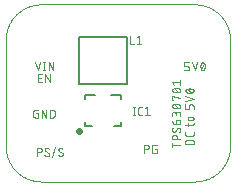
<source format=gto>
G04 EAGLE Gerber RS-274X export*
G75*
%MOMM*%
%FSLAX35Y35*%
%LPD*%
%INsilk_top*%
%IPPOS*%
%AMOC8*
5,1,8,0,0,1.08239X$1,22.5*%
G01*
%ADD10C,0.010000*%
%ADD11C,0.050800*%
%ADD12C,0.500000*%
%ADD13C,0.127000*%
%ADD14C,0.076200*%


D10*
X3100000Y4100000D02*
X3100000Y3200000D01*
X3099912Y3192751D01*
X3099650Y3185506D01*
X3099212Y3178270D01*
X3098599Y3171046D01*
X3097813Y3163839D01*
X3096852Y3156653D01*
X3095718Y3149493D01*
X3094411Y3142362D01*
X3092932Y3135265D01*
X3091283Y3128205D01*
X3089463Y3121188D01*
X3087474Y3114216D01*
X3085317Y3107295D01*
X3082994Y3100428D01*
X3080505Y3093619D01*
X3077852Y3086872D01*
X3075038Y3080191D01*
X3072062Y3073580D01*
X3068928Y3067043D01*
X3065637Y3060583D01*
X3062190Y3054205D01*
X3058591Y3047912D01*
X3054840Y3041708D01*
X3050941Y3035596D01*
X3046895Y3029581D01*
X3042705Y3023664D01*
X3038373Y3017851D01*
X3033902Y3012144D01*
X3029295Y3006547D01*
X3024553Y3001063D01*
X3019681Y2995695D01*
X3014680Y2990447D01*
X3009553Y2985320D01*
X3004305Y2980319D01*
X2998937Y2975447D01*
X2993453Y2970705D01*
X2987856Y2966098D01*
X2982149Y2961627D01*
X2976336Y2957295D01*
X2970419Y2953105D01*
X2964404Y2949059D01*
X2958292Y2945160D01*
X2952088Y2941409D01*
X2945795Y2937810D01*
X2939417Y2934363D01*
X2932957Y2931072D01*
X2926420Y2927938D01*
X2919809Y2924962D01*
X2913128Y2922148D01*
X2906381Y2919495D01*
X2899572Y2917006D01*
X2892705Y2914683D01*
X2885784Y2912526D01*
X2878812Y2910537D01*
X2871795Y2908717D01*
X2864735Y2907068D01*
X2857638Y2905589D01*
X2850507Y2904282D01*
X2843347Y2903148D01*
X2836161Y2902187D01*
X2828954Y2901401D01*
X2821730Y2900788D01*
X2814494Y2900350D01*
X2807249Y2900088D01*
X2800000Y2900000D01*
X1500000Y2900000D01*
X1492751Y2900088D01*
X1485506Y2900350D01*
X1478270Y2900788D01*
X1471046Y2901401D01*
X1463839Y2902187D01*
X1456653Y2903148D01*
X1449493Y2904282D01*
X1442362Y2905589D01*
X1435265Y2907068D01*
X1428205Y2908717D01*
X1421188Y2910537D01*
X1414216Y2912526D01*
X1407295Y2914683D01*
X1400428Y2917006D01*
X1393619Y2919495D01*
X1386872Y2922148D01*
X1380191Y2924962D01*
X1373580Y2927938D01*
X1367043Y2931072D01*
X1360583Y2934363D01*
X1354205Y2937810D01*
X1347912Y2941409D01*
X1341708Y2945160D01*
X1335596Y2949059D01*
X1329581Y2953105D01*
X1323664Y2957295D01*
X1317851Y2961627D01*
X1312144Y2966098D01*
X1306547Y2970705D01*
X1301063Y2975447D01*
X1295695Y2980319D01*
X1290447Y2985320D01*
X1285320Y2990447D01*
X1280319Y2995695D01*
X1275447Y3001063D01*
X1270705Y3006547D01*
X1266098Y3012144D01*
X1261627Y3017851D01*
X1257295Y3023664D01*
X1253105Y3029581D01*
X1249059Y3035596D01*
X1245160Y3041708D01*
X1241409Y3047912D01*
X1237810Y3054205D01*
X1234363Y3060583D01*
X1231072Y3067043D01*
X1227938Y3073580D01*
X1224962Y3080191D01*
X1222148Y3086872D01*
X1219495Y3093619D01*
X1217006Y3100428D01*
X1214683Y3107295D01*
X1212526Y3114216D01*
X1210537Y3121188D01*
X1208717Y3128205D01*
X1207068Y3135265D01*
X1205589Y3142362D01*
X1204282Y3149493D01*
X1203148Y3156653D01*
X1202187Y3163839D01*
X1201401Y3171046D01*
X1200788Y3178270D01*
X1200350Y3185506D01*
X1200088Y3192751D01*
X1200000Y3200000D01*
X1200000Y4100000D01*
X1200088Y4107249D01*
X1200350Y4114494D01*
X1200788Y4121730D01*
X1201401Y4128954D01*
X1202187Y4136161D01*
X1203148Y4143347D01*
X1204282Y4150507D01*
X1205589Y4157638D01*
X1207068Y4164735D01*
X1208717Y4171795D01*
X1210537Y4178812D01*
X1212526Y4185784D01*
X1214683Y4192705D01*
X1217006Y4199572D01*
X1219495Y4206381D01*
X1222148Y4213128D01*
X1224962Y4219809D01*
X1227938Y4226420D01*
X1231072Y4232957D01*
X1234363Y4239417D01*
X1237810Y4245795D01*
X1241409Y4252088D01*
X1245160Y4258292D01*
X1249059Y4264404D01*
X1253105Y4270419D01*
X1257295Y4276336D01*
X1261627Y4282149D01*
X1266098Y4287856D01*
X1270705Y4293453D01*
X1275447Y4298937D01*
X1280319Y4304305D01*
X1285320Y4309553D01*
X1290447Y4314680D01*
X1295695Y4319681D01*
X1301063Y4324553D01*
X1306547Y4329295D01*
X1312144Y4333902D01*
X1317851Y4338373D01*
X1323664Y4342705D01*
X1329581Y4346895D01*
X1335596Y4350941D01*
X1341708Y4354840D01*
X1347912Y4358591D01*
X1354205Y4362190D01*
X1360583Y4365637D01*
X1367043Y4368928D01*
X1373580Y4372062D01*
X1380191Y4375038D01*
X1386872Y4377852D01*
X1393619Y4380505D01*
X1400428Y4382994D01*
X1407295Y4385317D01*
X1414216Y4387474D01*
X1421188Y4389463D01*
X1428205Y4391283D01*
X1435265Y4392932D01*
X1442362Y4394411D01*
X1449493Y4395718D01*
X1456653Y4396852D01*
X1463839Y4397813D01*
X1471046Y4398599D01*
X1478270Y4399212D01*
X1485506Y4399650D01*
X1492751Y4399912D01*
X1500000Y4400000D01*
X2800000Y4400000D01*
X2807249Y4399912D01*
X2814494Y4399650D01*
X2821730Y4399212D01*
X2828954Y4398599D01*
X2836161Y4397813D01*
X2843347Y4396852D01*
X2850507Y4395718D01*
X2857638Y4394411D01*
X2864735Y4392932D01*
X2871795Y4391283D01*
X2878812Y4389463D01*
X2885784Y4387474D01*
X2892705Y4385317D01*
X2899572Y4382994D01*
X2906381Y4380505D01*
X2913128Y4377852D01*
X2919809Y4375038D01*
X2926420Y4372062D01*
X2932957Y4368928D01*
X2939417Y4365637D01*
X2945795Y4362190D01*
X2952088Y4358591D01*
X2958292Y4354840D01*
X2964404Y4350941D01*
X2970419Y4346895D01*
X2976336Y4342705D01*
X2982149Y4338373D01*
X2987856Y4333902D01*
X2993453Y4329295D01*
X2998937Y4324553D01*
X3004305Y4319681D01*
X3009553Y4314680D01*
X3014680Y4309553D01*
X3019681Y4304305D01*
X3024553Y4298937D01*
X3029295Y4293453D01*
X3033902Y4287856D01*
X3038373Y4282149D01*
X3042705Y4276336D01*
X3046895Y4270419D01*
X3050941Y4264404D01*
X3054840Y4258292D01*
X3058591Y4252088D01*
X3062190Y4245795D01*
X3065637Y4239417D01*
X3068928Y4232957D01*
X3072062Y4226420D01*
X3075038Y4219809D01*
X3077852Y4213128D01*
X3080505Y4206381D01*
X3082994Y4199572D01*
X3085317Y4192705D01*
X3087474Y4185784D01*
X3089463Y4178812D01*
X3091283Y4171795D01*
X3092932Y4164735D01*
X3094411Y4157638D01*
X3095718Y4150507D01*
X3096852Y4143347D01*
X3097813Y4136161D01*
X3098599Y4128954D01*
X3099212Y4121730D01*
X3099650Y4114494D01*
X3099912Y4107249D01*
X3100000Y4100000D01*
D11*
X2678710Y3209500D02*
X2608790Y3209500D01*
X2608790Y3190078D02*
X2608790Y3228923D01*
X2608790Y3256251D02*
X2678710Y3256251D01*
X2608790Y3256251D02*
X2608790Y3275673D01*
X2608796Y3276146D01*
X2608813Y3276619D01*
X2608842Y3277091D01*
X2608882Y3277562D01*
X2608934Y3278032D01*
X2608997Y3278501D01*
X2609072Y3278968D01*
X2609157Y3279433D01*
X2609255Y3279896D01*
X2609363Y3280356D01*
X2609483Y3280814D01*
X2609613Y3281268D01*
X2609755Y3281720D01*
X2609908Y3282167D01*
X2610072Y3282611D01*
X2610246Y3283051D01*
X2610431Y3283486D01*
X2610626Y3283917D01*
X2610832Y3284343D01*
X2611049Y3284763D01*
X2611275Y3285178D01*
X2611512Y3285588D01*
X2611758Y3285992D01*
X2612014Y3286389D01*
X2612280Y3286781D01*
X2612555Y3287165D01*
X2612840Y3287543D01*
X2613133Y3287914D01*
X2613436Y3288278D01*
X2613747Y3288634D01*
X2614067Y3288982D01*
X2614395Y3289323D01*
X2614732Y3289655D01*
X2615076Y3289979D01*
X2615428Y3290295D01*
X2615788Y3290602D01*
X2616155Y3290900D01*
X2616530Y3291189D01*
X2616911Y3291469D01*
X2617299Y3291739D01*
X2617694Y3292000D01*
X2618094Y3292251D01*
X2618501Y3292493D01*
X2618913Y3292724D01*
X2619331Y3292946D01*
X2619755Y3293157D01*
X2620183Y3293358D01*
X2620616Y3293548D01*
X2621053Y3293728D01*
X2621495Y3293897D01*
X2621941Y3294055D01*
X2622390Y3294202D01*
X2622843Y3294338D01*
X2623300Y3294463D01*
X2623759Y3294578D01*
X2624220Y3294680D01*
X2624684Y3294772D01*
X2625150Y3294852D01*
X2625618Y3294921D01*
X2626088Y3294978D01*
X2626559Y3295024D01*
X2627030Y3295059D01*
X2627503Y3295082D01*
X2627976Y3295094D01*
X2628448Y3295094D01*
X2628921Y3295082D01*
X2629394Y3295059D01*
X2629865Y3295024D01*
X2630336Y3294978D01*
X2630806Y3294921D01*
X2631274Y3294852D01*
X2631740Y3294772D01*
X2632204Y3294680D01*
X2632665Y3294578D01*
X2633124Y3294463D01*
X2633581Y3294338D01*
X2634034Y3294202D01*
X2634483Y3294055D01*
X2634929Y3293897D01*
X2635371Y3293728D01*
X2635808Y3293548D01*
X2636241Y3293358D01*
X2636669Y3293157D01*
X2637093Y3292946D01*
X2637511Y3292724D01*
X2637923Y3292493D01*
X2638330Y3292251D01*
X2638730Y3292000D01*
X2639125Y3291739D01*
X2639513Y3291469D01*
X2639894Y3291189D01*
X2640269Y3290900D01*
X2640636Y3290602D01*
X2640996Y3290295D01*
X2641348Y3289979D01*
X2641692Y3289655D01*
X2642029Y3289323D01*
X2642357Y3288982D01*
X2642677Y3288634D01*
X2642988Y3288278D01*
X2643291Y3287914D01*
X2643584Y3287543D01*
X2643869Y3287165D01*
X2644144Y3286781D01*
X2644410Y3286389D01*
X2644666Y3285992D01*
X2644912Y3285588D01*
X2645149Y3285178D01*
X2645375Y3284763D01*
X2645592Y3284343D01*
X2645798Y3283917D01*
X2645993Y3283486D01*
X2646178Y3283051D01*
X2646352Y3282611D01*
X2646516Y3282167D01*
X2646669Y3281720D01*
X2646811Y3281268D01*
X2646941Y3280814D01*
X2647061Y3280356D01*
X2647169Y3279896D01*
X2647267Y3279433D01*
X2647352Y3278968D01*
X2647427Y3278501D01*
X2647490Y3278032D01*
X2647542Y3277562D01*
X2647582Y3277091D01*
X2647611Y3276619D01*
X2647628Y3276146D01*
X2647634Y3275673D01*
X2647635Y3275673D02*
X2647635Y3256251D01*
X2678711Y3341634D02*
X2678706Y3342009D01*
X2678693Y3342385D01*
X2678670Y3342759D01*
X2678638Y3343134D01*
X2678598Y3343507D01*
X2678548Y3343879D01*
X2678489Y3344250D01*
X2678422Y3344619D01*
X2678345Y3344987D01*
X2678259Y3345352D01*
X2678165Y3345716D01*
X2678062Y3346077D01*
X2677951Y3346436D01*
X2677830Y3346791D01*
X2677701Y3347144D01*
X2677564Y3347493D01*
X2677418Y3347839D01*
X2677264Y3348182D01*
X2677102Y3348520D01*
X2676931Y3348855D01*
X2676753Y3349185D01*
X2676566Y3349511D01*
X2676372Y3349832D01*
X2676170Y3350149D01*
X2675961Y3350461D01*
X2675744Y3350767D01*
X2675519Y3351068D01*
X2675288Y3351364D01*
X2675049Y3351654D01*
X2674803Y3351938D01*
X2674551Y3352216D01*
X2674292Y3352487D01*
X2674026Y3352753D01*
X2673755Y3353012D01*
X2673477Y3353264D01*
X2673193Y3353510D01*
X2672903Y3353749D01*
X2672607Y3353980D01*
X2672306Y3354205D01*
X2672000Y3354422D01*
X2671688Y3354631D01*
X2671371Y3354833D01*
X2671050Y3355027D01*
X2670724Y3355214D01*
X2670394Y3355392D01*
X2670059Y3355563D01*
X2669721Y3355725D01*
X2669378Y3355879D01*
X2669032Y3356025D01*
X2668683Y3356162D01*
X2668330Y3356291D01*
X2667975Y3356412D01*
X2667616Y3356523D01*
X2667255Y3356626D01*
X2666891Y3356720D01*
X2666526Y3356806D01*
X2666158Y3356883D01*
X2665789Y3356950D01*
X2665418Y3357009D01*
X2665046Y3357059D01*
X2664673Y3357099D01*
X2664298Y3357131D01*
X2663924Y3357154D01*
X2663548Y3357167D01*
X2663173Y3357172D01*
X2678710Y3341634D02*
X2678701Y3340849D01*
X2678672Y3340064D01*
X2678625Y3339280D01*
X2678560Y3338497D01*
X2678475Y3337717D01*
X2678372Y3336938D01*
X2678251Y3336162D01*
X2678111Y3335390D01*
X2677952Y3334620D01*
X2677775Y3333855D01*
X2677580Y3333095D01*
X2677366Y3332339D01*
X2677135Y3331588D01*
X2676886Y3330844D01*
X2676619Y3330105D01*
X2676334Y3329373D01*
X2676032Y3328648D01*
X2675713Y3327931D01*
X2675376Y3327221D01*
X2675023Y3326520D01*
X2674653Y3325827D01*
X2674267Y3325143D01*
X2673864Y3324469D01*
X2673445Y3323805D01*
X2673011Y3323150D01*
X2672561Y3322507D01*
X2672096Y3321874D01*
X2671616Y3321253D01*
X2671121Y3320643D01*
X2670611Y3320045D01*
X2670088Y3319460D01*
X2669550Y3318887D01*
X2668999Y3318328D01*
X2624328Y3320270D02*
X2623953Y3320275D01*
X2623577Y3320288D01*
X2623203Y3320311D01*
X2622828Y3320343D01*
X2622455Y3320383D01*
X2622083Y3320433D01*
X2621712Y3320492D01*
X2621343Y3320559D01*
X2620975Y3320636D01*
X2620610Y3320722D01*
X2620246Y3320816D01*
X2619885Y3320919D01*
X2619526Y3321030D01*
X2619171Y3321151D01*
X2618818Y3321280D01*
X2618469Y3321417D01*
X2618123Y3321563D01*
X2617780Y3321717D01*
X2617442Y3321879D01*
X2617107Y3322050D01*
X2616777Y3322228D01*
X2616451Y3322415D01*
X2616130Y3322609D01*
X2615813Y3322811D01*
X2615501Y3323020D01*
X2615195Y3323237D01*
X2614894Y3323462D01*
X2614598Y3323693D01*
X2614308Y3323932D01*
X2614024Y3324178D01*
X2613746Y3324430D01*
X2613475Y3324689D01*
X2613209Y3324955D01*
X2612950Y3325226D01*
X2612698Y3325504D01*
X2612452Y3325788D01*
X2612213Y3326078D01*
X2611982Y3326374D01*
X2611757Y3326675D01*
X2611540Y3326981D01*
X2611331Y3327293D01*
X2611129Y3327610D01*
X2610935Y3327931D01*
X2610748Y3328257D01*
X2610570Y3328587D01*
X2610399Y3328922D01*
X2610237Y3329260D01*
X2610083Y3329603D01*
X2609937Y3329949D01*
X2609800Y3330298D01*
X2609671Y3330651D01*
X2609550Y3331006D01*
X2609439Y3331365D01*
X2609336Y3331726D01*
X2609242Y3332090D01*
X2609156Y3332455D01*
X2609079Y3332823D01*
X2609012Y3333192D01*
X2608953Y3333563D01*
X2608903Y3333935D01*
X2608863Y3334308D01*
X2608831Y3334683D01*
X2608808Y3335057D01*
X2608795Y3335433D01*
X2608790Y3335808D01*
X2608798Y3336502D01*
X2608823Y3337196D01*
X2608864Y3337889D01*
X2608922Y3338581D01*
X2608997Y3339272D01*
X2609087Y3339960D01*
X2609195Y3340646D01*
X2609318Y3341329D01*
X2609458Y3342009D01*
X2609614Y3342686D01*
X2609786Y3343359D01*
X2609973Y3344027D01*
X2610177Y3344691D01*
X2610397Y3345350D01*
X2610632Y3346003D01*
X2610883Y3346650D01*
X2611149Y3347292D01*
X2611430Y3347927D01*
X2611726Y3348555D01*
X2612038Y3349175D01*
X2612364Y3349788D01*
X2612704Y3350393D01*
X2613059Y3350990D01*
X2613428Y3351579D01*
X2613811Y3352158D01*
X2614207Y3352728D01*
X2614617Y3353288D01*
X2637924Y3328039D02*
X2637726Y3327713D01*
X2637521Y3327392D01*
X2637308Y3327076D01*
X2637088Y3326765D01*
X2636860Y3326460D01*
X2636625Y3326160D01*
X2636382Y3325866D01*
X2636133Y3325578D01*
X2635876Y3325296D01*
X2635613Y3325020D01*
X2635344Y3324751D01*
X2635068Y3324488D01*
X2634786Y3324232D01*
X2634497Y3323983D01*
X2634203Y3323741D01*
X2633903Y3323507D01*
X2633597Y3323279D01*
X2633286Y3323059D01*
X2632970Y3322846D01*
X2632648Y3322642D01*
X2632322Y3322445D01*
X2631991Y3322256D01*
X2631656Y3322075D01*
X2631317Y3321902D01*
X2630973Y3321737D01*
X2630625Y3321581D01*
X2630274Y3321433D01*
X2629920Y3321294D01*
X2629562Y3321163D01*
X2629201Y3321041D01*
X2628837Y3320928D01*
X2628470Y3320823D01*
X2628102Y3320728D01*
X2627730Y3320641D01*
X2627357Y3320564D01*
X2626983Y3320495D01*
X2626606Y3320435D01*
X2626229Y3320385D01*
X2625850Y3320344D01*
X2625470Y3320311D01*
X2625090Y3320288D01*
X2624709Y3320275D01*
X2624328Y3320270D01*
X2649577Y3349404D02*
X2649774Y3349730D01*
X2649980Y3350051D01*
X2650193Y3350367D01*
X2650413Y3350678D01*
X2650641Y3350983D01*
X2650876Y3351283D01*
X2651119Y3351577D01*
X2651368Y3351865D01*
X2651624Y3352147D01*
X2651887Y3352423D01*
X2652157Y3352692D01*
X2652433Y3352954D01*
X2652715Y3353210D01*
X2653004Y3353459D01*
X2653298Y3353701D01*
X2653598Y3353936D01*
X2653904Y3354164D01*
X2654215Y3354384D01*
X2654531Y3354596D01*
X2654852Y3354801D01*
X2655179Y3354998D01*
X2655509Y3355187D01*
X2655845Y3355368D01*
X2656184Y3355541D01*
X2656528Y3355706D01*
X2656875Y3355862D01*
X2657227Y3356010D01*
X2657581Y3356149D01*
X2657939Y3356280D01*
X2658300Y3356402D01*
X2658664Y3356515D01*
X2659030Y3356620D01*
X2659399Y3356715D01*
X2659770Y3356802D01*
X2660143Y3356879D01*
X2660518Y3356948D01*
X2660895Y3357008D01*
X2661272Y3357058D01*
X2661651Y3357099D01*
X2662031Y3357132D01*
X2662411Y3357155D01*
X2662792Y3357168D01*
X2663173Y3357173D01*
X2649577Y3349403D02*
X2637923Y3328039D01*
X2639866Y3383578D02*
X2639866Y3406884D01*
X2639865Y3406884D02*
X2639870Y3407259D01*
X2639883Y3407635D01*
X2639906Y3408010D01*
X2639938Y3408384D01*
X2639978Y3408757D01*
X2640028Y3409129D01*
X2640087Y3409500D01*
X2640154Y3409869D01*
X2640231Y3410237D01*
X2640317Y3410603D01*
X2640411Y3410966D01*
X2640514Y3411327D01*
X2640626Y3411686D01*
X2640746Y3412041D01*
X2640875Y3412394D01*
X2641012Y3412743D01*
X2641158Y3413089D01*
X2641312Y3413432D01*
X2641474Y3413770D01*
X2641645Y3414105D01*
X2641823Y3414435D01*
X2642010Y3414761D01*
X2642204Y3415083D01*
X2642406Y3415399D01*
X2642616Y3415711D01*
X2642833Y3416017D01*
X2643057Y3416318D01*
X2643289Y3416614D01*
X2643527Y3416904D01*
X2643773Y3417188D01*
X2644025Y3417466D01*
X2644284Y3417738D01*
X2644550Y3418003D01*
X2644821Y3418262D01*
X2645100Y3418514D01*
X2645384Y3418760D01*
X2645673Y3418999D01*
X2645969Y3419230D01*
X2646270Y3419455D01*
X2646577Y3419672D01*
X2646888Y3419881D01*
X2647205Y3420083D01*
X2647526Y3420277D01*
X2647852Y3420464D01*
X2648182Y3420642D01*
X2648517Y3420813D01*
X2648855Y3420975D01*
X2649198Y3421129D01*
X2649544Y3421275D01*
X2649893Y3421412D01*
X2650246Y3421541D01*
X2650602Y3421662D01*
X2650960Y3421773D01*
X2651321Y3421876D01*
X2651685Y3421971D01*
X2652050Y3422056D01*
X2652418Y3422133D01*
X2652787Y3422200D01*
X2653158Y3422259D01*
X2653530Y3422309D01*
X2653904Y3422349D01*
X2654278Y3422381D01*
X2654653Y3422404D01*
X2655028Y3422417D01*
X2655403Y3422422D01*
X2659288Y3422422D01*
X2659761Y3422416D01*
X2660234Y3422399D01*
X2660706Y3422370D01*
X2661177Y3422330D01*
X2661647Y3422278D01*
X2662116Y3422215D01*
X2662583Y3422140D01*
X2663048Y3422055D01*
X2663511Y3421957D01*
X2663971Y3421849D01*
X2664429Y3421729D01*
X2664883Y3421599D01*
X2665335Y3421457D01*
X2665782Y3421304D01*
X2666226Y3421140D01*
X2666666Y3420966D01*
X2667101Y3420781D01*
X2667532Y3420586D01*
X2667958Y3420380D01*
X2668378Y3420163D01*
X2668793Y3419937D01*
X2669203Y3419700D01*
X2669607Y3419454D01*
X2670004Y3419198D01*
X2670396Y3418932D01*
X2670780Y3418657D01*
X2671158Y3418372D01*
X2671529Y3418079D01*
X2671893Y3417776D01*
X2672249Y3417465D01*
X2672597Y3417145D01*
X2672938Y3416817D01*
X2673270Y3416480D01*
X2673594Y3416136D01*
X2673910Y3415784D01*
X2674217Y3415424D01*
X2674515Y3415057D01*
X2674804Y3414682D01*
X2675084Y3414301D01*
X2675354Y3413913D01*
X2675615Y3413518D01*
X2675866Y3413118D01*
X2676108Y3412711D01*
X2676339Y3412299D01*
X2676561Y3411881D01*
X2676772Y3411457D01*
X2676973Y3411029D01*
X2677163Y3410596D01*
X2677343Y3410159D01*
X2677512Y3409717D01*
X2677670Y3409271D01*
X2677817Y3408822D01*
X2677953Y3408369D01*
X2678078Y3407912D01*
X2678193Y3407453D01*
X2678295Y3406992D01*
X2678387Y3406528D01*
X2678467Y3406062D01*
X2678536Y3405594D01*
X2678593Y3405124D01*
X2678639Y3404653D01*
X2678674Y3404182D01*
X2678697Y3403709D01*
X2678709Y3403236D01*
X2678709Y3402764D01*
X2678697Y3402291D01*
X2678674Y3401818D01*
X2678639Y3401347D01*
X2678593Y3400876D01*
X2678536Y3400406D01*
X2678467Y3399938D01*
X2678387Y3399472D01*
X2678295Y3399008D01*
X2678193Y3398547D01*
X2678078Y3398088D01*
X2677953Y3397631D01*
X2677817Y3397178D01*
X2677670Y3396729D01*
X2677512Y3396283D01*
X2677343Y3395841D01*
X2677163Y3395404D01*
X2676973Y3394971D01*
X2676772Y3394543D01*
X2676561Y3394119D01*
X2676339Y3393701D01*
X2676108Y3393289D01*
X2675866Y3392882D01*
X2675615Y3392482D01*
X2675354Y3392087D01*
X2675084Y3391699D01*
X2674804Y3391318D01*
X2674515Y3390943D01*
X2674217Y3390576D01*
X2673910Y3390216D01*
X2673594Y3389864D01*
X2673270Y3389520D01*
X2672938Y3389183D01*
X2672597Y3388855D01*
X2672249Y3388535D01*
X2671893Y3388224D01*
X2671529Y3387921D01*
X2671158Y3387628D01*
X2670780Y3387343D01*
X2670396Y3387068D01*
X2670004Y3386802D01*
X2669607Y3386546D01*
X2669203Y3386300D01*
X2668793Y3386063D01*
X2668378Y3385837D01*
X2667958Y3385620D01*
X2667532Y3385414D01*
X2667101Y3385219D01*
X2666666Y3385034D01*
X2666226Y3384860D01*
X2665782Y3384696D01*
X2665335Y3384543D01*
X2664883Y3384401D01*
X2664429Y3384271D01*
X2663971Y3384151D01*
X2663511Y3384043D01*
X2663048Y3383945D01*
X2662583Y3383860D01*
X2662116Y3383785D01*
X2661647Y3383722D01*
X2661177Y3383670D01*
X2660706Y3383630D01*
X2660234Y3383601D01*
X2659761Y3383584D01*
X2659288Y3383578D01*
X2639866Y3383578D01*
X2639866Y3383577D02*
X2639103Y3383586D01*
X2638341Y3383614D01*
X2637580Y3383661D01*
X2636820Y3383727D01*
X2636062Y3383811D01*
X2635306Y3383913D01*
X2634553Y3384035D01*
X2633803Y3384174D01*
X2633057Y3384332D01*
X2632315Y3384508D01*
X2631578Y3384703D01*
X2630845Y3384915D01*
X2630118Y3385145D01*
X2629397Y3385394D01*
X2628682Y3385659D01*
X2627974Y3385942D01*
X2627273Y3386243D01*
X2626579Y3386561D01*
X2625894Y3386895D01*
X2625217Y3387246D01*
X2624549Y3387614D01*
X2623890Y3387998D01*
X2623241Y3388398D01*
X2622601Y3388814D01*
X2621972Y3389246D01*
X2621354Y3389692D01*
X2620747Y3390154D01*
X2620152Y3390631D01*
X2619568Y3391122D01*
X2618997Y3391627D01*
X2618438Y3392146D01*
X2617892Y3392679D01*
X2617359Y3393225D01*
X2616840Y3393784D01*
X2616335Y3394355D01*
X2615844Y3394938D01*
X2615367Y3395534D01*
X2614906Y3396141D01*
X2614459Y3396759D01*
X2614027Y3397388D01*
X2613611Y3398027D01*
X2613211Y3398677D01*
X2612827Y3399336D01*
X2612460Y3400004D01*
X2612108Y3400681D01*
X2611774Y3401366D01*
X2611456Y3402060D01*
X2611156Y3402761D01*
X2610872Y3403469D01*
X2610607Y3404184D01*
X2610359Y3404905D01*
X2610128Y3405632D01*
X2609916Y3406364D01*
X2609721Y3407102D01*
X2609545Y3407844D01*
X2609387Y3408590D01*
X2609248Y3409340D01*
X2609126Y3410093D01*
X2609024Y3410849D01*
X2608940Y3411607D01*
X2608874Y3412367D01*
X2608827Y3413128D01*
X2608799Y3413890D01*
X2608790Y3414653D01*
X2678710Y3451078D02*
X2678710Y3470500D01*
X2678704Y3470973D01*
X2678687Y3471446D01*
X2678658Y3471918D01*
X2678618Y3472389D01*
X2678566Y3472859D01*
X2678503Y3473328D01*
X2678428Y3473795D01*
X2678343Y3474260D01*
X2678245Y3474723D01*
X2678137Y3475183D01*
X2678017Y3475641D01*
X2677887Y3476095D01*
X2677745Y3476547D01*
X2677592Y3476994D01*
X2677428Y3477438D01*
X2677254Y3477878D01*
X2677069Y3478313D01*
X2676874Y3478744D01*
X2676668Y3479170D01*
X2676451Y3479590D01*
X2676225Y3480005D01*
X2675988Y3480415D01*
X2675742Y3480819D01*
X2675486Y3481216D01*
X2675220Y3481608D01*
X2674945Y3481992D01*
X2674660Y3482370D01*
X2674367Y3482741D01*
X2674064Y3483105D01*
X2673753Y3483461D01*
X2673433Y3483809D01*
X2673105Y3484150D01*
X2672768Y3484482D01*
X2672424Y3484806D01*
X2672072Y3485122D01*
X2671712Y3485429D01*
X2671345Y3485727D01*
X2670970Y3486016D01*
X2670589Y3486296D01*
X2670201Y3486566D01*
X2669806Y3486827D01*
X2669406Y3487078D01*
X2668999Y3487320D01*
X2668587Y3487551D01*
X2668169Y3487773D01*
X2667745Y3487984D01*
X2667317Y3488185D01*
X2666884Y3488375D01*
X2666447Y3488555D01*
X2666005Y3488724D01*
X2665559Y3488882D01*
X2665110Y3489029D01*
X2664657Y3489165D01*
X2664200Y3489290D01*
X2663741Y3489405D01*
X2663280Y3489507D01*
X2662816Y3489599D01*
X2662350Y3489679D01*
X2661882Y3489748D01*
X2661412Y3489805D01*
X2660941Y3489851D01*
X2660470Y3489886D01*
X2659997Y3489909D01*
X2659524Y3489921D01*
X2659052Y3489921D01*
X2658579Y3489909D01*
X2658106Y3489886D01*
X2657635Y3489851D01*
X2657164Y3489805D01*
X2656694Y3489748D01*
X2656226Y3489679D01*
X2655760Y3489599D01*
X2655296Y3489507D01*
X2654835Y3489405D01*
X2654376Y3489290D01*
X2653919Y3489165D01*
X2653466Y3489029D01*
X2653017Y3488882D01*
X2652571Y3488724D01*
X2652129Y3488555D01*
X2651692Y3488375D01*
X2651259Y3488185D01*
X2650831Y3487984D01*
X2650407Y3487773D01*
X2649989Y3487551D01*
X2649577Y3487320D01*
X2649170Y3487078D01*
X2648770Y3486827D01*
X2648375Y3486566D01*
X2647987Y3486296D01*
X2647606Y3486016D01*
X2647231Y3485727D01*
X2646864Y3485429D01*
X2646504Y3485122D01*
X2646152Y3484806D01*
X2645808Y3484482D01*
X2645471Y3484150D01*
X2645143Y3483809D01*
X2644823Y3483461D01*
X2644512Y3483105D01*
X2644209Y3482741D01*
X2643916Y3482370D01*
X2643631Y3481992D01*
X2643356Y3481608D01*
X2643090Y3481216D01*
X2642834Y3480819D01*
X2642588Y3480415D01*
X2642351Y3480005D01*
X2642125Y3479590D01*
X2641908Y3479170D01*
X2641702Y3478744D01*
X2641507Y3478313D01*
X2641322Y3477878D01*
X2641148Y3477438D01*
X2640984Y3476994D01*
X2640831Y3476547D01*
X2640689Y3476095D01*
X2640559Y3475641D01*
X2640439Y3475183D01*
X2640331Y3474723D01*
X2640233Y3474260D01*
X2640148Y3473795D01*
X2640073Y3473328D01*
X2640010Y3472859D01*
X2639958Y3472389D01*
X2639918Y3471918D01*
X2639889Y3471446D01*
X2639872Y3470973D01*
X2639866Y3470500D01*
X2608790Y3474384D02*
X2608790Y3451078D01*
X2608790Y3474384D02*
X2608795Y3474762D01*
X2608808Y3475141D01*
X2608831Y3475518D01*
X2608864Y3475895D01*
X2608905Y3476271D01*
X2608956Y3476646D01*
X2609015Y3477020D01*
X2609084Y3477392D01*
X2609162Y3477762D01*
X2609248Y3478131D01*
X2609344Y3478497D01*
X2609449Y3478860D01*
X2609562Y3479221D01*
X2609684Y3479580D01*
X2609815Y3479935D01*
X2609955Y3480286D01*
X2610103Y3480635D01*
X2610259Y3480979D01*
X2610424Y3481320D01*
X2610597Y3481656D01*
X2610778Y3481989D01*
X2610967Y3482316D01*
X2611164Y3482639D01*
X2611369Y3482957D01*
X2611582Y3483270D01*
X2611802Y3483578D01*
X2612030Y3483880D01*
X2612265Y3484177D01*
X2612507Y3484468D01*
X2612756Y3484753D01*
X2613012Y3485032D01*
X2613274Y3485304D01*
X2613543Y3485570D01*
X2613819Y3485829D01*
X2614101Y3486082D01*
X2614389Y3486327D01*
X2614683Y3486566D01*
X2614982Y3486797D01*
X2615287Y3487021D01*
X2615597Y3487237D01*
X2615913Y3487446D01*
X2616234Y3487647D01*
X2616559Y3487840D01*
X2616889Y3488025D01*
X2617223Y3488203D01*
X2617562Y3488372D01*
X2617905Y3488532D01*
X2618251Y3488684D01*
X2618601Y3488828D01*
X2618954Y3488963D01*
X2619311Y3489090D01*
X2619671Y3489208D01*
X2620033Y3489317D01*
X2620398Y3489417D01*
X2620765Y3489508D01*
X2621134Y3489590D01*
X2621506Y3489664D01*
X2621879Y3489728D01*
X2622253Y3489783D01*
X2622629Y3489829D01*
X2623005Y3489866D01*
X2623383Y3489893D01*
X2623761Y3489912D01*
X2624139Y3489921D01*
X2624517Y3489921D01*
X2624895Y3489912D01*
X2625273Y3489893D01*
X2625651Y3489866D01*
X2626027Y3489829D01*
X2626403Y3489783D01*
X2626777Y3489728D01*
X2627150Y3489664D01*
X2627522Y3489590D01*
X2627891Y3489508D01*
X2628258Y3489417D01*
X2628623Y3489317D01*
X2628985Y3489208D01*
X2629345Y3489090D01*
X2629702Y3488963D01*
X2630055Y3488828D01*
X2630405Y3488684D01*
X2630751Y3488532D01*
X2631094Y3488372D01*
X2631433Y3488203D01*
X2631767Y3488025D01*
X2632097Y3487840D01*
X2632422Y3487647D01*
X2632743Y3487446D01*
X2633059Y3487237D01*
X2633369Y3487021D01*
X2633674Y3486797D01*
X2633973Y3486566D01*
X2634267Y3486327D01*
X2634555Y3486082D01*
X2634837Y3485829D01*
X2635113Y3485570D01*
X2635382Y3485304D01*
X2635644Y3485032D01*
X2635900Y3484753D01*
X2636149Y3484468D01*
X2636391Y3484177D01*
X2636626Y3483880D01*
X2636854Y3483578D01*
X2637074Y3483270D01*
X2637287Y3482957D01*
X2637492Y3482639D01*
X2637689Y3482316D01*
X2637878Y3481989D01*
X2638059Y3481656D01*
X2638232Y3481320D01*
X2638397Y3480979D01*
X2638553Y3480635D01*
X2638701Y3480286D01*
X2638841Y3479935D01*
X2638972Y3479580D01*
X2639094Y3479221D01*
X2639207Y3478860D01*
X2639312Y3478497D01*
X2639408Y3478131D01*
X2639494Y3477762D01*
X2639572Y3477392D01*
X2639641Y3477020D01*
X2639700Y3476646D01*
X2639751Y3476271D01*
X2639792Y3475895D01*
X2639825Y3475518D01*
X2639848Y3475141D01*
X2639861Y3474762D01*
X2639866Y3474384D01*
X2639866Y3458847D01*
X2643750Y3518578D02*
X2642375Y3518594D01*
X2641000Y3518644D01*
X2639627Y3518726D01*
X2638256Y3518841D01*
X2636889Y3518988D01*
X2635525Y3519168D01*
X2634166Y3519381D01*
X2632812Y3519626D01*
X2631465Y3519903D01*
X2630125Y3520212D01*
X2628792Y3520553D01*
X2627468Y3520926D01*
X2626153Y3521331D01*
X2624849Y3521766D01*
X2623555Y3522233D01*
X2622272Y3522731D01*
X2621002Y3523258D01*
X2619745Y3523817D01*
X2618501Y3524405D01*
X2618502Y3524404D02*
X2618172Y3524521D01*
X2617846Y3524647D01*
X2617523Y3524780D01*
X2617203Y3524921D01*
X2616887Y3525070D01*
X2616574Y3525226D01*
X2616265Y3525390D01*
X2615961Y3525562D01*
X2615660Y3525741D01*
X2615364Y3525927D01*
X2615073Y3526120D01*
X2614786Y3526320D01*
X2614505Y3526527D01*
X2614228Y3526741D01*
X2613957Y3526962D01*
X2613691Y3527189D01*
X2613431Y3527423D01*
X2613177Y3527663D01*
X2612928Y3527909D01*
X2612686Y3528160D01*
X2612450Y3528418D01*
X2612220Y3528682D01*
X2611997Y3528950D01*
X2611780Y3529225D01*
X2611570Y3529504D01*
X2611367Y3529789D01*
X2611170Y3530078D01*
X2610981Y3530372D01*
X2610799Y3530671D01*
X2610625Y3530973D01*
X2610457Y3531280D01*
X2610298Y3531591D01*
X2610146Y3531906D01*
X2610001Y3532225D01*
X2609865Y3532546D01*
X2609736Y3532872D01*
X2609615Y3533200D01*
X2609503Y3533531D01*
X2609398Y3533864D01*
X2609301Y3534200D01*
X2609213Y3534538D01*
X2609133Y3534879D01*
X2609061Y3535221D01*
X2608998Y3535565D01*
X2608943Y3535910D01*
X2608896Y3536256D01*
X2608858Y3536604D01*
X2608828Y3536952D01*
X2608807Y3537301D01*
X2608794Y3537650D01*
X2608790Y3538000D01*
X2608794Y3538350D01*
X2608807Y3538699D01*
X2608828Y3539048D01*
X2608858Y3539396D01*
X2608896Y3539744D01*
X2608943Y3540090D01*
X2608998Y3540435D01*
X2609061Y3540779D01*
X2609133Y3541121D01*
X2609213Y3541462D01*
X2609301Y3541800D01*
X2609398Y3542136D01*
X2609503Y3542469D01*
X2609615Y3542800D01*
X2609736Y3543128D01*
X2609865Y3543453D01*
X2610001Y3543775D01*
X2610146Y3544093D01*
X2610298Y3544408D01*
X2610457Y3544719D01*
X2610625Y3545026D01*
X2610799Y3545329D01*
X2610981Y3545628D01*
X2611170Y3545922D01*
X2611366Y3546211D01*
X2611570Y3546495D01*
X2611780Y3546775D01*
X2611996Y3547049D01*
X2612220Y3547318D01*
X2612450Y3547581D01*
X2612686Y3547839D01*
X2612928Y3548091D01*
X2613177Y3548337D01*
X2613431Y3548577D01*
X2613691Y3548810D01*
X2613957Y3549037D01*
X2614228Y3549258D01*
X2614505Y3549472D01*
X2614786Y3549679D01*
X2615073Y3549879D01*
X2615364Y3550073D01*
X2615660Y3550259D01*
X2615960Y3550438D01*
X2616265Y3550609D01*
X2616574Y3550773D01*
X2616886Y3550929D01*
X2617203Y3551078D01*
X2617523Y3551219D01*
X2617846Y3551353D01*
X2618172Y3551478D01*
X2618501Y3551595D01*
X2619745Y3552183D01*
X2621002Y3552741D01*
X2622272Y3553269D01*
X2623555Y3553767D01*
X2624849Y3554233D01*
X2626153Y3554669D01*
X2627468Y3555074D01*
X2628792Y3555447D01*
X2630125Y3555788D01*
X2631465Y3556097D01*
X2632812Y3556374D01*
X2634166Y3556619D01*
X2635525Y3556832D01*
X2636888Y3557012D01*
X2638256Y3557159D01*
X2639627Y3557274D01*
X2641000Y3557356D01*
X2642375Y3557406D01*
X2643750Y3557422D01*
X2643750Y3518578D02*
X2645125Y3518594D01*
X2646500Y3518644D01*
X2647873Y3518726D01*
X2649244Y3518841D01*
X2650612Y3518988D01*
X2651975Y3519168D01*
X2653334Y3519381D01*
X2654688Y3519626D01*
X2656035Y3519903D01*
X2657376Y3520212D01*
X2658708Y3520553D01*
X2660032Y3520926D01*
X2661347Y3521331D01*
X2662652Y3521766D01*
X2663946Y3522233D01*
X2665228Y3522731D01*
X2666498Y3523259D01*
X2667755Y3523817D01*
X2668999Y3524405D01*
X2668999Y3524404D02*
X2669328Y3524521D01*
X2669655Y3524647D01*
X2669978Y3524780D01*
X2670298Y3524921D01*
X2670614Y3525070D01*
X2670927Y3525227D01*
X2671235Y3525391D01*
X2671540Y3525562D01*
X2671840Y3525741D01*
X2672136Y3525927D01*
X2672427Y3526120D01*
X2672714Y3526321D01*
X2672996Y3526528D01*
X2673272Y3526742D01*
X2673543Y3526962D01*
X2673809Y3527190D01*
X2674069Y3527423D01*
X2674323Y3527663D01*
X2674572Y3527909D01*
X2674814Y3528161D01*
X2675050Y3528418D01*
X2675280Y3528682D01*
X2675504Y3528951D01*
X2675720Y3529225D01*
X2675930Y3529504D01*
X2676134Y3529789D01*
X2676330Y3530078D01*
X2676519Y3530372D01*
X2676701Y3530671D01*
X2676875Y3530974D01*
X2677043Y3531281D01*
X2677202Y3531592D01*
X2677354Y3531906D01*
X2677499Y3532225D01*
X2677635Y3532547D01*
X2677764Y3532872D01*
X2677885Y3533200D01*
X2677997Y3533531D01*
X2678102Y3533864D01*
X2678199Y3534200D01*
X2678287Y3534538D01*
X2678367Y3534879D01*
X2678439Y3535221D01*
X2678502Y3535565D01*
X2678557Y3535910D01*
X2678604Y3536256D01*
X2678642Y3536604D01*
X2678672Y3536952D01*
X2678693Y3537301D01*
X2678706Y3537650D01*
X2678710Y3538000D01*
X2668999Y3551596D02*
X2667756Y3552184D01*
X2666498Y3552742D01*
X2665228Y3553270D01*
X2663946Y3553768D01*
X2662652Y3554234D01*
X2661347Y3554670D01*
X2660032Y3555075D01*
X2658708Y3555447D01*
X2657376Y3555789D01*
X2656035Y3556098D01*
X2654688Y3556375D01*
X2653334Y3556620D01*
X2651975Y3556833D01*
X2650612Y3557013D01*
X2649244Y3557160D01*
X2647873Y3557275D01*
X2646500Y3557357D01*
X2645125Y3557407D01*
X2643750Y3557423D01*
X2668999Y3551595D02*
X2669328Y3551478D01*
X2669655Y3551352D01*
X2669978Y3551219D01*
X2670298Y3551078D01*
X2670614Y3550929D01*
X2670927Y3550773D01*
X2671235Y3550609D01*
X2671540Y3550437D01*
X2671840Y3550258D01*
X2672136Y3550072D01*
X2672428Y3549879D01*
X2672714Y3549679D01*
X2672996Y3549472D01*
X2673272Y3549258D01*
X2673543Y3549037D01*
X2673809Y3548810D01*
X2674069Y3548576D01*
X2674323Y3548337D01*
X2674572Y3548091D01*
X2674814Y3547839D01*
X2675050Y3547581D01*
X2675280Y3547318D01*
X2675504Y3547049D01*
X2675720Y3546775D01*
X2675931Y3546495D01*
X2676134Y3546211D01*
X2676330Y3545921D01*
X2676519Y3545627D01*
X2676701Y3545329D01*
X2676876Y3545026D01*
X2677043Y3544719D01*
X2677202Y3544408D01*
X2677354Y3544093D01*
X2677499Y3543775D01*
X2677635Y3543453D01*
X2677764Y3543128D01*
X2677885Y3542800D01*
X2677997Y3542469D01*
X2678102Y3542136D01*
X2678199Y3541800D01*
X2678287Y3541461D01*
X2678367Y3541121D01*
X2678439Y3540779D01*
X2678502Y3540435D01*
X2678557Y3540090D01*
X2678604Y3539744D01*
X2678642Y3539396D01*
X2678672Y3539048D01*
X2678693Y3538699D01*
X2678706Y3538350D01*
X2678710Y3538000D01*
X2663173Y3522462D02*
X2624328Y3553538D01*
X2616559Y3586078D02*
X2608790Y3586078D01*
X2608790Y3624922D01*
X2678710Y3605500D01*
X2643750Y3653578D02*
X2642375Y3653594D01*
X2641000Y3653644D01*
X2639627Y3653726D01*
X2638256Y3653841D01*
X2636889Y3653988D01*
X2635525Y3654168D01*
X2634166Y3654381D01*
X2632812Y3654626D01*
X2631465Y3654903D01*
X2630125Y3655212D01*
X2628792Y3655553D01*
X2627468Y3655926D01*
X2626153Y3656331D01*
X2624849Y3656766D01*
X2623555Y3657233D01*
X2622272Y3657731D01*
X2621002Y3658258D01*
X2619745Y3658817D01*
X2618501Y3659405D01*
X2618502Y3659404D02*
X2618172Y3659521D01*
X2617846Y3659647D01*
X2617523Y3659780D01*
X2617203Y3659921D01*
X2616887Y3660070D01*
X2616574Y3660226D01*
X2616265Y3660390D01*
X2615961Y3660562D01*
X2615660Y3660741D01*
X2615364Y3660927D01*
X2615073Y3661120D01*
X2614786Y3661320D01*
X2614505Y3661527D01*
X2614228Y3661741D01*
X2613957Y3661962D01*
X2613691Y3662189D01*
X2613431Y3662423D01*
X2613177Y3662663D01*
X2612928Y3662909D01*
X2612686Y3663160D01*
X2612450Y3663418D01*
X2612220Y3663682D01*
X2611997Y3663950D01*
X2611780Y3664225D01*
X2611570Y3664504D01*
X2611367Y3664789D01*
X2611170Y3665078D01*
X2610981Y3665372D01*
X2610799Y3665671D01*
X2610625Y3665973D01*
X2610457Y3666280D01*
X2610298Y3666591D01*
X2610146Y3666906D01*
X2610001Y3667225D01*
X2609865Y3667546D01*
X2609736Y3667872D01*
X2609615Y3668200D01*
X2609503Y3668531D01*
X2609398Y3668864D01*
X2609301Y3669200D01*
X2609213Y3669538D01*
X2609133Y3669879D01*
X2609061Y3670221D01*
X2608998Y3670565D01*
X2608943Y3670910D01*
X2608896Y3671256D01*
X2608858Y3671604D01*
X2608828Y3671952D01*
X2608807Y3672301D01*
X2608794Y3672650D01*
X2608790Y3673000D01*
X2608794Y3673350D01*
X2608807Y3673699D01*
X2608828Y3674048D01*
X2608858Y3674396D01*
X2608896Y3674744D01*
X2608943Y3675090D01*
X2608998Y3675435D01*
X2609061Y3675779D01*
X2609133Y3676121D01*
X2609213Y3676462D01*
X2609301Y3676800D01*
X2609398Y3677136D01*
X2609503Y3677469D01*
X2609615Y3677800D01*
X2609736Y3678128D01*
X2609865Y3678453D01*
X2610001Y3678775D01*
X2610146Y3679093D01*
X2610298Y3679408D01*
X2610457Y3679719D01*
X2610625Y3680026D01*
X2610799Y3680329D01*
X2610981Y3680628D01*
X2611170Y3680922D01*
X2611366Y3681211D01*
X2611570Y3681495D01*
X2611780Y3681775D01*
X2611996Y3682049D01*
X2612220Y3682318D01*
X2612450Y3682581D01*
X2612686Y3682839D01*
X2612928Y3683091D01*
X2613177Y3683337D01*
X2613431Y3683577D01*
X2613691Y3683810D01*
X2613957Y3684037D01*
X2614228Y3684258D01*
X2614505Y3684472D01*
X2614786Y3684679D01*
X2615073Y3684879D01*
X2615364Y3685073D01*
X2615660Y3685259D01*
X2615960Y3685438D01*
X2616265Y3685609D01*
X2616574Y3685773D01*
X2616886Y3685929D01*
X2617203Y3686078D01*
X2617523Y3686219D01*
X2617846Y3686353D01*
X2618172Y3686478D01*
X2618501Y3686595D01*
X2619745Y3687183D01*
X2621002Y3687741D01*
X2622272Y3688269D01*
X2623555Y3688767D01*
X2624849Y3689233D01*
X2626153Y3689669D01*
X2627468Y3690074D01*
X2628792Y3690447D01*
X2630125Y3690788D01*
X2631465Y3691097D01*
X2632812Y3691374D01*
X2634166Y3691619D01*
X2635525Y3691832D01*
X2636888Y3692012D01*
X2638256Y3692159D01*
X2639627Y3692274D01*
X2641000Y3692356D01*
X2642375Y3692406D01*
X2643750Y3692422D01*
X2643750Y3653578D02*
X2645125Y3653594D01*
X2646500Y3653644D01*
X2647873Y3653726D01*
X2649244Y3653841D01*
X2650612Y3653988D01*
X2651975Y3654168D01*
X2653334Y3654381D01*
X2654688Y3654626D01*
X2656035Y3654903D01*
X2657376Y3655212D01*
X2658708Y3655553D01*
X2660032Y3655926D01*
X2661347Y3656331D01*
X2662652Y3656766D01*
X2663946Y3657233D01*
X2665228Y3657731D01*
X2666498Y3658259D01*
X2667755Y3658817D01*
X2668999Y3659405D01*
X2668999Y3659404D02*
X2669328Y3659521D01*
X2669655Y3659647D01*
X2669978Y3659780D01*
X2670298Y3659921D01*
X2670614Y3660070D01*
X2670927Y3660227D01*
X2671235Y3660391D01*
X2671540Y3660562D01*
X2671840Y3660741D01*
X2672136Y3660927D01*
X2672427Y3661120D01*
X2672714Y3661321D01*
X2672996Y3661528D01*
X2673272Y3661742D01*
X2673543Y3661962D01*
X2673809Y3662190D01*
X2674069Y3662423D01*
X2674323Y3662663D01*
X2674572Y3662909D01*
X2674814Y3663161D01*
X2675050Y3663418D01*
X2675280Y3663682D01*
X2675504Y3663951D01*
X2675720Y3664225D01*
X2675930Y3664504D01*
X2676134Y3664789D01*
X2676330Y3665078D01*
X2676519Y3665372D01*
X2676701Y3665671D01*
X2676875Y3665974D01*
X2677043Y3666281D01*
X2677202Y3666592D01*
X2677354Y3666906D01*
X2677499Y3667225D01*
X2677635Y3667547D01*
X2677764Y3667872D01*
X2677885Y3668200D01*
X2677997Y3668531D01*
X2678102Y3668864D01*
X2678199Y3669200D01*
X2678287Y3669538D01*
X2678367Y3669879D01*
X2678439Y3670221D01*
X2678502Y3670565D01*
X2678557Y3670910D01*
X2678604Y3671256D01*
X2678642Y3671604D01*
X2678672Y3671952D01*
X2678693Y3672301D01*
X2678706Y3672650D01*
X2678710Y3673000D01*
X2668999Y3686596D02*
X2667756Y3687184D01*
X2666498Y3687742D01*
X2665228Y3688270D01*
X2663946Y3688768D01*
X2662652Y3689234D01*
X2661347Y3689670D01*
X2660032Y3690075D01*
X2658708Y3690447D01*
X2657376Y3690789D01*
X2656035Y3691098D01*
X2654688Y3691375D01*
X2653334Y3691620D01*
X2651975Y3691833D01*
X2650612Y3692013D01*
X2649244Y3692160D01*
X2647873Y3692275D01*
X2646500Y3692357D01*
X2645125Y3692407D01*
X2643750Y3692423D01*
X2668999Y3686595D02*
X2669328Y3686478D01*
X2669655Y3686352D01*
X2669978Y3686219D01*
X2670298Y3686078D01*
X2670614Y3685929D01*
X2670927Y3685773D01*
X2671235Y3685609D01*
X2671540Y3685437D01*
X2671840Y3685258D01*
X2672136Y3685072D01*
X2672428Y3684879D01*
X2672714Y3684679D01*
X2672996Y3684472D01*
X2673272Y3684258D01*
X2673543Y3684037D01*
X2673809Y3683810D01*
X2674069Y3683576D01*
X2674323Y3683337D01*
X2674572Y3683091D01*
X2674814Y3682839D01*
X2675050Y3682581D01*
X2675280Y3682318D01*
X2675504Y3682049D01*
X2675720Y3681775D01*
X2675931Y3681495D01*
X2676134Y3681211D01*
X2676330Y3680921D01*
X2676519Y3680627D01*
X2676701Y3680329D01*
X2676876Y3680026D01*
X2677043Y3679719D01*
X2677202Y3679408D01*
X2677354Y3679093D01*
X2677499Y3678775D01*
X2677635Y3678453D01*
X2677764Y3678128D01*
X2677885Y3677800D01*
X2677997Y3677469D01*
X2678102Y3677136D01*
X2678199Y3676800D01*
X2678287Y3676461D01*
X2678367Y3676121D01*
X2678439Y3675779D01*
X2678502Y3675435D01*
X2678557Y3675090D01*
X2678604Y3674744D01*
X2678642Y3674396D01*
X2678672Y3674048D01*
X2678693Y3673699D01*
X2678706Y3673350D01*
X2678710Y3673000D01*
X2663173Y3657462D02*
X2624328Y3688538D01*
X2624328Y3721078D02*
X2608790Y3740500D01*
X2678710Y3740500D01*
X2678710Y3721078D02*
X2678710Y3759922D01*
X2721290Y3214521D02*
X2791210Y3214521D01*
X2721290Y3214521D02*
X2721290Y3233943D01*
X2721296Y3234412D01*
X2721313Y3234881D01*
X2721341Y3235350D01*
X2721381Y3235818D01*
X2721432Y3236284D01*
X2721494Y3236749D01*
X2721567Y3237213D01*
X2721652Y3237675D01*
X2721748Y3238134D01*
X2721854Y3238591D01*
X2721972Y3239045D01*
X2722101Y3239497D01*
X2722241Y3239945D01*
X2722391Y3240389D01*
X2722552Y3240830D01*
X2722724Y3241267D01*
X2722906Y3241700D01*
X2723099Y3242128D01*
X2723302Y3242551D01*
X2723515Y3242969D01*
X2723738Y3243382D01*
X2723971Y3243789D01*
X2724214Y3244191D01*
X2724466Y3244587D01*
X2724728Y3244976D01*
X2724999Y3245359D01*
X2725280Y3245735D01*
X2725569Y3246105D01*
X2725868Y3246467D01*
X2726175Y3246822D01*
X2726490Y3247170D01*
X2726814Y3247510D01*
X2727146Y3247841D01*
X2727485Y3248165D01*
X2727833Y3248481D01*
X2728188Y3248788D01*
X2728550Y3249086D01*
X2728920Y3249375D01*
X2729296Y3249656D01*
X2729679Y3249927D01*
X2730069Y3250189D01*
X2730464Y3250441D01*
X2730866Y3250684D01*
X2731273Y3250917D01*
X2731686Y3251140D01*
X2732105Y3251354D01*
X2732528Y3251556D01*
X2732956Y3251749D01*
X2733388Y3251931D01*
X2733825Y3252103D01*
X2734266Y3252264D01*
X2734711Y3252414D01*
X2735159Y3252554D01*
X2735610Y3252683D01*
X2736064Y3252801D01*
X2736521Y3252907D01*
X2736981Y3253003D01*
X2737442Y3253088D01*
X2737906Y3253161D01*
X2738371Y3253223D01*
X2738838Y3253274D01*
X2739305Y3253314D01*
X2739774Y3253342D01*
X2740243Y3253359D01*
X2740712Y3253365D01*
X2740713Y3253365D02*
X2771788Y3253365D01*
X2772257Y3253359D01*
X2772726Y3253342D01*
X2773195Y3253314D01*
X2773662Y3253274D01*
X2774129Y3253223D01*
X2774594Y3253161D01*
X2775058Y3253088D01*
X2775519Y3253003D01*
X2775979Y3252907D01*
X2776436Y3252801D01*
X2776890Y3252683D01*
X2777342Y3252554D01*
X2777790Y3252414D01*
X2778234Y3252264D01*
X2778675Y3252103D01*
X2779112Y3251931D01*
X2779544Y3251749D01*
X2779972Y3251556D01*
X2780396Y3251353D01*
X2780814Y3251140D01*
X2781227Y3250917D01*
X2781634Y3250684D01*
X2782036Y3250441D01*
X2782431Y3250189D01*
X2782821Y3249927D01*
X2783204Y3249656D01*
X2783580Y3249375D01*
X2783950Y3249086D01*
X2784312Y3248788D01*
X2784667Y3248481D01*
X2785015Y3248165D01*
X2785354Y3247841D01*
X2785686Y3247509D01*
X2786010Y3247170D01*
X2786326Y3246822D01*
X2786633Y3246467D01*
X2786931Y3246105D01*
X2787220Y3245735D01*
X2787501Y3245359D01*
X2787772Y3244976D01*
X2788034Y3244586D01*
X2788286Y3244191D01*
X2788529Y3243789D01*
X2788762Y3243382D01*
X2788985Y3242969D01*
X2789198Y3242551D01*
X2789401Y3242127D01*
X2789594Y3241699D01*
X2789776Y3241267D01*
X2789948Y3240830D01*
X2790109Y3240389D01*
X2790259Y3239945D01*
X2790399Y3239497D01*
X2790528Y3239045D01*
X2790646Y3238591D01*
X2790752Y3238134D01*
X2790848Y3237674D01*
X2790933Y3237213D01*
X2791006Y3236749D01*
X2791068Y3236284D01*
X2791119Y3235817D01*
X2791159Y3235350D01*
X2791187Y3234881D01*
X2791204Y3234412D01*
X2791210Y3233943D01*
X2791210Y3214521D01*
X2791210Y3299628D02*
X2791210Y3315165D01*
X2791211Y3299628D02*
X2791206Y3299253D01*
X2791193Y3298877D01*
X2791170Y3298503D01*
X2791138Y3298128D01*
X2791098Y3297755D01*
X2791048Y3297383D01*
X2790989Y3297012D01*
X2790922Y3296643D01*
X2790845Y3296275D01*
X2790759Y3295910D01*
X2790665Y3295546D01*
X2790562Y3295185D01*
X2790451Y3294826D01*
X2790330Y3294471D01*
X2790201Y3294118D01*
X2790064Y3293769D01*
X2789918Y3293423D01*
X2789764Y3293080D01*
X2789602Y3292742D01*
X2789431Y3292407D01*
X2789253Y3292077D01*
X2789066Y3291751D01*
X2788872Y3291430D01*
X2788670Y3291113D01*
X2788461Y3290801D01*
X2788244Y3290495D01*
X2788019Y3290194D01*
X2787788Y3289898D01*
X2787549Y3289608D01*
X2787303Y3289324D01*
X2787051Y3289046D01*
X2786792Y3288775D01*
X2786526Y3288509D01*
X2786255Y3288250D01*
X2785977Y3287998D01*
X2785693Y3287752D01*
X2785403Y3287513D01*
X2785107Y3287282D01*
X2784806Y3287057D01*
X2784500Y3286840D01*
X2784188Y3286631D01*
X2783871Y3286429D01*
X2783550Y3286235D01*
X2783224Y3286048D01*
X2782894Y3285870D01*
X2782559Y3285699D01*
X2782221Y3285537D01*
X2781878Y3285383D01*
X2781532Y3285237D01*
X2781183Y3285100D01*
X2780830Y3284971D01*
X2780475Y3284850D01*
X2780116Y3284739D01*
X2779755Y3284636D01*
X2779391Y3284542D01*
X2779026Y3284456D01*
X2778658Y3284379D01*
X2778289Y3284312D01*
X2777918Y3284253D01*
X2777546Y3284203D01*
X2777173Y3284163D01*
X2776798Y3284131D01*
X2776424Y3284108D01*
X2776048Y3284095D01*
X2775673Y3284090D01*
X2736828Y3284090D01*
X2736447Y3284095D01*
X2736066Y3284109D01*
X2735685Y3284132D01*
X2735305Y3284165D01*
X2734926Y3284207D01*
X2734548Y3284258D01*
X2734172Y3284319D01*
X2733797Y3284389D01*
X2733424Y3284468D01*
X2733053Y3284556D01*
X2732684Y3284653D01*
X2732318Y3284759D01*
X2731954Y3284874D01*
X2731594Y3284998D01*
X2731236Y3285131D01*
X2730882Y3285273D01*
X2730532Y3285423D01*
X2730185Y3285582D01*
X2729842Y3285749D01*
X2729504Y3285925D01*
X2729170Y3286108D01*
X2728840Y3286301D01*
X2728515Y3286501D01*
X2728196Y3286708D01*
X2727881Y3286924D01*
X2727572Y3287148D01*
X2727269Y3287379D01*
X2726971Y3287617D01*
X2726679Y3287862D01*
X2726394Y3288115D01*
X2726114Y3288374D01*
X2725841Y3288641D01*
X2725575Y3288914D01*
X2725315Y3289193D01*
X2725063Y3289479D01*
X2724817Y3289771D01*
X2724579Y3290068D01*
X2724348Y3290372D01*
X2724125Y3290681D01*
X2723909Y3290995D01*
X2723701Y3291315D01*
X2723501Y3291640D01*
X2723309Y3291969D01*
X2723125Y3292303D01*
X2722949Y3292642D01*
X2722782Y3292984D01*
X2722623Y3293331D01*
X2722473Y3293681D01*
X2722331Y3294036D01*
X2722198Y3294393D01*
X2722074Y3294754D01*
X2721959Y3295117D01*
X2721853Y3295483D01*
X2721756Y3295852D01*
X2721668Y3296223D01*
X2721589Y3296596D01*
X2721519Y3296971D01*
X2721458Y3297348D01*
X2721407Y3297725D01*
X2721365Y3298104D01*
X2721332Y3298484D01*
X2721309Y3298865D01*
X2721295Y3299246D01*
X2721290Y3299627D01*
X2721290Y3299628D02*
X2721290Y3315165D01*
X2744597Y3370286D02*
X2744597Y3393592D01*
X2721290Y3378054D02*
X2779557Y3378054D01*
X2779557Y3378055D02*
X2779839Y3378058D01*
X2780120Y3378069D01*
X2780401Y3378086D01*
X2780682Y3378109D01*
X2780962Y3378140D01*
X2781241Y3378177D01*
X2781519Y3378221D01*
X2781796Y3378272D01*
X2782072Y3378330D01*
X2782346Y3378394D01*
X2782618Y3378464D01*
X2782889Y3378542D01*
X2783158Y3378625D01*
X2783425Y3378716D01*
X2783689Y3378812D01*
X2783951Y3378915D01*
X2784211Y3379025D01*
X2784468Y3379140D01*
X2784722Y3379262D01*
X2784973Y3379390D01*
X2785220Y3379524D01*
X2785465Y3379664D01*
X2785706Y3379809D01*
X2785943Y3379961D01*
X2786177Y3380118D01*
X2786407Y3380281D01*
X2786632Y3380449D01*
X2786854Y3380623D01*
X2787071Y3380802D01*
X2787284Y3380986D01*
X2787493Y3381175D01*
X2787697Y3381369D01*
X2787896Y3381568D01*
X2788090Y3381772D01*
X2788280Y3381981D01*
X2788464Y3382194D01*
X2788643Y3382411D01*
X2788816Y3382633D01*
X2788985Y3382859D01*
X2789147Y3383088D01*
X2789304Y3383322D01*
X2789456Y3383560D01*
X2789602Y3383801D01*
X2789741Y3384045D01*
X2789875Y3384293D01*
X2790003Y3384544D01*
X2790125Y3384798D01*
X2790240Y3385054D01*
X2790350Y3385314D01*
X2790453Y3385576D01*
X2790549Y3385841D01*
X2790640Y3386107D01*
X2790724Y3386376D01*
X2790801Y3386647D01*
X2790871Y3386920D01*
X2790936Y3387194D01*
X2790993Y3387469D01*
X2791044Y3387746D01*
X2791088Y3388025D01*
X2791125Y3388304D01*
X2791156Y3388584D01*
X2791179Y3388864D01*
X2791196Y3389145D01*
X2791207Y3389427D01*
X2791210Y3389708D01*
X2791210Y3393592D01*
X2775673Y3418655D02*
X2760135Y3418655D01*
X2760135Y3418654D02*
X2759757Y3418659D01*
X2759378Y3418672D01*
X2759001Y3418695D01*
X2758624Y3418728D01*
X2758248Y3418769D01*
X2757873Y3418820D01*
X2757499Y3418879D01*
X2757127Y3418948D01*
X2756757Y3419026D01*
X2756388Y3419112D01*
X2756022Y3419208D01*
X2755659Y3419313D01*
X2755298Y3419426D01*
X2754939Y3419548D01*
X2754584Y3419679D01*
X2754233Y3419819D01*
X2753884Y3419967D01*
X2753540Y3420123D01*
X2753199Y3420288D01*
X2752863Y3420461D01*
X2752530Y3420642D01*
X2752203Y3420831D01*
X2751880Y3421028D01*
X2751562Y3421233D01*
X2751249Y3421446D01*
X2750941Y3421666D01*
X2750639Y3421894D01*
X2750342Y3422129D01*
X2750051Y3422371D01*
X2749766Y3422620D01*
X2749487Y3422876D01*
X2749215Y3423138D01*
X2748949Y3423407D01*
X2748690Y3423683D01*
X2748437Y3423965D01*
X2748192Y3424253D01*
X2747953Y3424547D01*
X2747722Y3424846D01*
X2747498Y3425151D01*
X2747282Y3425461D01*
X2747073Y3425777D01*
X2746872Y3426098D01*
X2746679Y3426423D01*
X2746494Y3426753D01*
X2746316Y3427087D01*
X2746147Y3427426D01*
X2745987Y3427769D01*
X2745835Y3428115D01*
X2745691Y3428465D01*
X2745556Y3428818D01*
X2745429Y3429175D01*
X2745311Y3429535D01*
X2745202Y3429897D01*
X2745102Y3430262D01*
X2745011Y3430629D01*
X2744929Y3430998D01*
X2744855Y3431370D01*
X2744791Y3431743D01*
X2744736Y3432117D01*
X2744690Y3432493D01*
X2744653Y3432869D01*
X2744626Y3433247D01*
X2744607Y3433625D01*
X2744598Y3434003D01*
X2744598Y3434381D01*
X2744607Y3434759D01*
X2744626Y3435137D01*
X2744653Y3435515D01*
X2744690Y3435891D01*
X2744736Y3436267D01*
X2744791Y3436641D01*
X2744855Y3437014D01*
X2744929Y3437386D01*
X2745011Y3437755D01*
X2745102Y3438122D01*
X2745202Y3438487D01*
X2745311Y3438849D01*
X2745429Y3439209D01*
X2745556Y3439566D01*
X2745691Y3439919D01*
X2745835Y3440269D01*
X2745987Y3440615D01*
X2746147Y3440958D01*
X2746316Y3441297D01*
X2746494Y3441631D01*
X2746679Y3441961D01*
X2746872Y3442286D01*
X2747073Y3442607D01*
X2747282Y3442923D01*
X2747498Y3443233D01*
X2747722Y3443538D01*
X2747953Y3443837D01*
X2748192Y3444131D01*
X2748437Y3444419D01*
X2748690Y3444701D01*
X2748949Y3444977D01*
X2749215Y3445246D01*
X2749487Y3445508D01*
X2749766Y3445764D01*
X2750051Y3446013D01*
X2750342Y3446255D01*
X2750639Y3446490D01*
X2750941Y3446718D01*
X2751249Y3446938D01*
X2751562Y3447151D01*
X2751880Y3447356D01*
X2752203Y3447553D01*
X2752530Y3447742D01*
X2752863Y3447923D01*
X2753199Y3448096D01*
X2753540Y3448261D01*
X2753884Y3448417D01*
X2754233Y3448565D01*
X2754584Y3448705D01*
X2754939Y3448836D01*
X2755298Y3448958D01*
X2755659Y3449071D01*
X2756022Y3449176D01*
X2756388Y3449272D01*
X2756757Y3449358D01*
X2757127Y3449436D01*
X2757499Y3449505D01*
X2757873Y3449564D01*
X2758248Y3449615D01*
X2758624Y3449656D01*
X2759001Y3449689D01*
X2759378Y3449712D01*
X2759757Y3449725D01*
X2760135Y3449730D01*
X2775673Y3449730D01*
X2776051Y3449725D01*
X2776430Y3449712D01*
X2776807Y3449689D01*
X2777184Y3449656D01*
X2777560Y3449615D01*
X2777935Y3449564D01*
X2778309Y3449505D01*
X2778681Y3449436D01*
X2779051Y3449358D01*
X2779420Y3449272D01*
X2779786Y3449176D01*
X2780149Y3449071D01*
X2780510Y3448958D01*
X2780869Y3448836D01*
X2781224Y3448705D01*
X2781575Y3448565D01*
X2781924Y3448417D01*
X2782268Y3448261D01*
X2782609Y3448096D01*
X2782945Y3447923D01*
X2783278Y3447742D01*
X2783605Y3447553D01*
X2783928Y3447356D01*
X2784246Y3447151D01*
X2784559Y3446938D01*
X2784867Y3446718D01*
X2785169Y3446490D01*
X2785466Y3446255D01*
X2785757Y3446013D01*
X2786042Y3445764D01*
X2786321Y3445508D01*
X2786593Y3445246D01*
X2786859Y3444977D01*
X2787118Y3444701D01*
X2787371Y3444419D01*
X2787616Y3444131D01*
X2787855Y3443837D01*
X2788086Y3443538D01*
X2788310Y3443233D01*
X2788526Y3442923D01*
X2788735Y3442607D01*
X2788936Y3442286D01*
X2789129Y3441961D01*
X2789314Y3441631D01*
X2789492Y3441297D01*
X2789661Y3440958D01*
X2789821Y3440615D01*
X2789973Y3440269D01*
X2790117Y3439919D01*
X2790252Y3439566D01*
X2790379Y3439209D01*
X2790497Y3438849D01*
X2790606Y3438487D01*
X2790706Y3438122D01*
X2790797Y3437755D01*
X2790879Y3437386D01*
X2790953Y3437014D01*
X2791017Y3436641D01*
X2791072Y3436267D01*
X2791118Y3435891D01*
X2791155Y3435515D01*
X2791182Y3435137D01*
X2791201Y3434759D01*
X2791210Y3434381D01*
X2791210Y3434003D01*
X2791201Y3433625D01*
X2791182Y3433247D01*
X2791155Y3432869D01*
X2791118Y3432493D01*
X2791072Y3432117D01*
X2791017Y3431743D01*
X2790953Y3431370D01*
X2790879Y3430998D01*
X2790797Y3430629D01*
X2790706Y3430262D01*
X2790606Y3429897D01*
X2790497Y3429535D01*
X2790379Y3429175D01*
X2790252Y3428818D01*
X2790117Y3428465D01*
X2789973Y3428115D01*
X2789821Y3427769D01*
X2789661Y3427426D01*
X2789492Y3427087D01*
X2789314Y3426753D01*
X2789129Y3426423D01*
X2788936Y3426098D01*
X2788735Y3425777D01*
X2788526Y3425461D01*
X2788310Y3425151D01*
X2788086Y3424846D01*
X2787855Y3424547D01*
X2787616Y3424253D01*
X2787371Y3423965D01*
X2787118Y3423683D01*
X2786859Y3423407D01*
X2786593Y3423138D01*
X2786321Y3422876D01*
X2786042Y3422620D01*
X2785757Y3422371D01*
X2785466Y3422129D01*
X2785169Y3421894D01*
X2784867Y3421666D01*
X2784559Y3421446D01*
X2784246Y3421233D01*
X2783928Y3421028D01*
X2783605Y3420831D01*
X2783278Y3420642D01*
X2782945Y3420461D01*
X2782609Y3420288D01*
X2782268Y3420123D01*
X2781924Y3419967D01*
X2781575Y3419819D01*
X2781224Y3419679D01*
X2780869Y3419548D01*
X2780510Y3419426D01*
X2780149Y3419313D01*
X2779786Y3419208D01*
X2779420Y3419112D01*
X2779051Y3419026D01*
X2778681Y3418948D01*
X2778309Y3418879D01*
X2777935Y3418820D01*
X2777560Y3418769D01*
X2777184Y3418728D01*
X2776807Y3418695D01*
X2776430Y3418672D01*
X2776051Y3418659D01*
X2775673Y3418654D01*
X2791210Y3513770D02*
X2791210Y3537076D01*
X2791211Y3537076D02*
X2791206Y3537451D01*
X2791193Y3537827D01*
X2791170Y3538201D01*
X2791138Y3538576D01*
X2791098Y3538949D01*
X2791048Y3539321D01*
X2790989Y3539692D01*
X2790922Y3540061D01*
X2790845Y3540429D01*
X2790759Y3540794D01*
X2790665Y3541158D01*
X2790562Y3541519D01*
X2790451Y3541878D01*
X2790330Y3542233D01*
X2790201Y3542586D01*
X2790064Y3542935D01*
X2789918Y3543281D01*
X2789764Y3543624D01*
X2789602Y3543962D01*
X2789431Y3544297D01*
X2789253Y3544627D01*
X2789066Y3544953D01*
X2788872Y3545274D01*
X2788670Y3545591D01*
X2788461Y3545903D01*
X2788244Y3546209D01*
X2788019Y3546510D01*
X2787788Y3546806D01*
X2787549Y3547096D01*
X2787303Y3547380D01*
X2787051Y3547658D01*
X2786792Y3547929D01*
X2786526Y3548195D01*
X2786255Y3548454D01*
X2785977Y3548706D01*
X2785693Y3548952D01*
X2785403Y3549191D01*
X2785107Y3549422D01*
X2784806Y3549647D01*
X2784500Y3549864D01*
X2784188Y3550073D01*
X2783871Y3550275D01*
X2783550Y3550469D01*
X2783224Y3550656D01*
X2782894Y3550834D01*
X2782559Y3551005D01*
X2782221Y3551167D01*
X2781878Y3551321D01*
X2781532Y3551467D01*
X2781183Y3551604D01*
X2780830Y3551733D01*
X2780475Y3551854D01*
X2780116Y3551965D01*
X2779755Y3552068D01*
X2779391Y3552162D01*
X2779026Y3552248D01*
X2778658Y3552325D01*
X2778289Y3552392D01*
X2777918Y3552451D01*
X2777546Y3552501D01*
X2777173Y3552541D01*
X2776798Y3552573D01*
X2776424Y3552596D01*
X2776048Y3552609D01*
X2775673Y3552614D01*
X2767903Y3552614D01*
X2767522Y3552609D01*
X2767141Y3552595D01*
X2766760Y3552572D01*
X2766380Y3552539D01*
X2766001Y3552497D01*
X2765623Y3552446D01*
X2765247Y3552385D01*
X2764872Y3552315D01*
X2764499Y3552236D01*
X2764128Y3552148D01*
X2763759Y3552051D01*
X2763393Y3551945D01*
X2763029Y3551830D01*
X2762668Y3551706D01*
X2762311Y3551573D01*
X2761957Y3551431D01*
X2761606Y3551281D01*
X2761260Y3551122D01*
X2760917Y3550955D01*
X2760579Y3550779D01*
X2760244Y3550595D01*
X2759915Y3550403D01*
X2759590Y3550203D01*
X2759271Y3549995D01*
X2758956Y3549780D01*
X2758647Y3549556D01*
X2758344Y3549325D01*
X2758046Y3549087D01*
X2757754Y3548842D01*
X2757468Y3548589D01*
X2757189Y3548329D01*
X2756916Y3548063D01*
X2756650Y3547790D01*
X2756390Y3547511D01*
X2756138Y3547225D01*
X2755892Y3546933D01*
X2755654Y3546636D01*
X2755423Y3546332D01*
X2755199Y3546023D01*
X2754984Y3545709D01*
X2754776Y3545389D01*
X2754576Y3545064D01*
X2754384Y3544735D01*
X2754200Y3544401D01*
X2754024Y3544062D01*
X2753857Y3543720D01*
X2753698Y3543373D01*
X2753548Y3543022D01*
X2753406Y3542668D01*
X2753273Y3542311D01*
X2753149Y3541950D01*
X2753034Y3541587D01*
X2752928Y3541220D01*
X2752831Y3540852D01*
X2752743Y3540481D01*
X2752664Y3540108D01*
X2752594Y3539733D01*
X2752533Y3539356D01*
X2752482Y3538978D01*
X2752440Y3538599D01*
X2752407Y3538219D01*
X2752384Y3537839D01*
X2752370Y3537458D01*
X2752365Y3537076D01*
X2752366Y3537076D02*
X2752366Y3513770D01*
X2721290Y3513770D01*
X2721290Y3552614D01*
X2721290Y3577385D02*
X2791210Y3600692D01*
X2721290Y3623998D01*
X2731001Y3654597D02*
X2732245Y3654009D01*
X2733502Y3653450D01*
X2734772Y3652923D01*
X2736055Y3652425D01*
X2737349Y3651958D01*
X2738653Y3651523D01*
X2739968Y3651118D01*
X2741292Y3650745D01*
X2742625Y3650404D01*
X2743965Y3650095D01*
X2745312Y3649818D01*
X2746666Y3649573D01*
X2748025Y3649360D01*
X2749389Y3649180D01*
X2750756Y3649033D01*
X2752127Y3648918D01*
X2753500Y3648836D01*
X2754875Y3648786D01*
X2756250Y3648770D01*
X2731002Y3654596D02*
X2730672Y3654713D01*
X2730346Y3654839D01*
X2730023Y3654972D01*
X2729703Y3655113D01*
X2729387Y3655262D01*
X2729074Y3655418D01*
X2728765Y3655582D01*
X2728461Y3655754D01*
X2728160Y3655933D01*
X2727864Y3656119D01*
X2727573Y3656312D01*
X2727286Y3656512D01*
X2727005Y3656719D01*
X2726728Y3656933D01*
X2726457Y3657154D01*
X2726191Y3657381D01*
X2725931Y3657615D01*
X2725677Y3657855D01*
X2725428Y3658101D01*
X2725186Y3658352D01*
X2724950Y3658610D01*
X2724720Y3658874D01*
X2724497Y3659142D01*
X2724280Y3659417D01*
X2724070Y3659696D01*
X2723867Y3659981D01*
X2723670Y3660270D01*
X2723481Y3660564D01*
X2723299Y3660863D01*
X2723125Y3661165D01*
X2722957Y3661472D01*
X2722798Y3661783D01*
X2722646Y3662098D01*
X2722501Y3662417D01*
X2722365Y3662738D01*
X2722236Y3663064D01*
X2722115Y3663392D01*
X2722003Y3663723D01*
X2721898Y3664056D01*
X2721801Y3664392D01*
X2721713Y3664730D01*
X2721633Y3665071D01*
X2721561Y3665413D01*
X2721498Y3665757D01*
X2721443Y3666102D01*
X2721396Y3666448D01*
X2721358Y3666796D01*
X2721328Y3667144D01*
X2721307Y3667493D01*
X2721294Y3667842D01*
X2721290Y3668192D01*
X2721294Y3668542D01*
X2721307Y3668891D01*
X2721328Y3669240D01*
X2721358Y3669588D01*
X2721396Y3669936D01*
X2721443Y3670282D01*
X2721498Y3670627D01*
X2721561Y3670971D01*
X2721633Y3671313D01*
X2721713Y3671654D01*
X2721801Y3671992D01*
X2721898Y3672328D01*
X2722003Y3672661D01*
X2722115Y3672992D01*
X2722236Y3673320D01*
X2722365Y3673645D01*
X2722501Y3673967D01*
X2722646Y3674285D01*
X2722798Y3674600D01*
X2722957Y3674911D01*
X2723125Y3675218D01*
X2723299Y3675521D01*
X2723481Y3675820D01*
X2723670Y3676114D01*
X2723866Y3676403D01*
X2724070Y3676687D01*
X2724280Y3676967D01*
X2724496Y3677241D01*
X2724720Y3677510D01*
X2724950Y3677773D01*
X2725186Y3678031D01*
X2725428Y3678283D01*
X2725677Y3678529D01*
X2725931Y3678769D01*
X2726191Y3679002D01*
X2726457Y3679229D01*
X2726728Y3679450D01*
X2727005Y3679664D01*
X2727286Y3679871D01*
X2727573Y3680071D01*
X2727864Y3680265D01*
X2728160Y3680451D01*
X2728460Y3680630D01*
X2728765Y3680801D01*
X2729074Y3680965D01*
X2729386Y3681121D01*
X2729703Y3681270D01*
X2730023Y3681411D01*
X2730346Y3681545D01*
X2730672Y3681670D01*
X2731001Y3681787D01*
X2732245Y3682375D01*
X2733502Y3682933D01*
X2734772Y3683461D01*
X2736055Y3683959D01*
X2737349Y3684425D01*
X2738653Y3684861D01*
X2739968Y3685266D01*
X2741292Y3685639D01*
X2742625Y3685980D01*
X2743965Y3686289D01*
X2745312Y3686566D01*
X2746666Y3686811D01*
X2748025Y3687024D01*
X2749388Y3687204D01*
X2750756Y3687351D01*
X2752127Y3687466D01*
X2753500Y3687548D01*
X2754875Y3687598D01*
X2756250Y3687614D01*
X2756250Y3648770D02*
X2757625Y3648786D01*
X2759000Y3648836D01*
X2760373Y3648918D01*
X2761744Y3649033D01*
X2763112Y3649180D01*
X2764475Y3649360D01*
X2765834Y3649573D01*
X2767188Y3649818D01*
X2768535Y3650095D01*
X2769876Y3650404D01*
X2771208Y3650745D01*
X2772532Y3651118D01*
X2773847Y3651523D01*
X2775152Y3651958D01*
X2776446Y3652425D01*
X2777728Y3652923D01*
X2778998Y3653451D01*
X2780255Y3654009D01*
X2781499Y3654597D01*
X2781499Y3654596D02*
X2781828Y3654713D01*
X2782155Y3654839D01*
X2782478Y3654972D01*
X2782798Y3655113D01*
X2783114Y3655262D01*
X2783427Y3655419D01*
X2783735Y3655583D01*
X2784040Y3655754D01*
X2784340Y3655933D01*
X2784636Y3656119D01*
X2784927Y3656312D01*
X2785214Y3656513D01*
X2785496Y3656720D01*
X2785772Y3656934D01*
X2786043Y3657154D01*
X2786309Y3657382D01*
X2786569Y3657615D01*
X2786823Y3657855D01*
X2787072Y3658101D01*
X2787314Y3658353D01*
X2787550Y3658610D01*
X2787780Y3658874D01*
X2788004Y3659143D01*
X2788220Y3659417D01*
X2788430Y3659696D01*
X2788634Y3659981D01*
X2788830Y3660270D01*
X2789019Y3660564D01*
X2789201Y3660863D01*
X2789375Y3661166D01*
X2789543Y3661473D01*
X2789702Y3661784D01*
X2789854Y3662098D01*
X2789999Y3662417D01*
X2790135Y3662739D01*
X2790264Y3663064D01*
X2790385Y3663392D01*
X2790497Y3663723D01*
X2790602Y3664056D01*
X2790699Y3664392D01*
X2790787Y3664730D01*
X2790867Y3665071D01*
X2790939Y3665413D01*
X2791002Y3665757D01*
X2791057Y3666102D01*
X2791104Y3666448D01*
X2791142Y3666796D01*
X2791172Y3667144D01*
X2791193Y3667493D01*
X2791206Y3667842D01*
X2791210Y3668192D01*
X2781499Y3681788D02*
X2780256Y3682376D01*
X2778998Y3682934D01*
X2777728Y3683462D01*
X2776446Y3683960D01*
X2775152Y3684426D01*
X2773847Y3684862D01*
X2772532Y3685267D01*
X2771208Y3685639D01*
X2769876Y3685981D01*
X2768535Y3686290D01*
X2767188Y3686567D01*
X2765834Y3686812D01*
X2764475Y3687025D01*
X2763112Y3687205D01*
X2761744Y3687352D01*
X2760373Y3687467D01*
X2759000Y3687549D01*
X2757625Y3687599D01*
X2756250Y3687615D01*
X2781499Y3681787D02*
X2781828Y3681670D01*
X2782155Y3681544D01*
X2782478Y3681411D01*
X2782798Y3681270D01*
X2783114Y3681121D01*
X2783427Y3680965D01*
X2783735Y3680801D01*
X2784040Y3680629D01*
X2784340Y3680450D01*
X2784636Y3680264D01*
X2784928Y3680071D01*
X2785214Y3679871D01*
X2785496Y3679664D01*
X2785772Y3679450D01*
X2786043Y3679229D01*
X2786309Y3679002D01*
X2786569Y3678768D01*
X2786823Y3678529D01*
X2787072Y3678283D01*
X2787314Y3678031D01*
X2787550Y3677773D01*
X2787780Y3677510D01*
X2788004Y3677241D01*
X2788220Y3676967D01*
X2788431Y3676687D01*
X2788634Y3676403D01*
X2788830Y3676113D01*
X2789019Y3675819D01*
X2789201Y3675521D01*
X2789376Y3675218D01*
X2789543Y3674911D01*
X2789702Y3674600D01*
X2789854Y3674285D01*
X2789999Y3673967D01*
X2790135Y3673645D01*
X2790264Y3673320D01*
X2790385Y3672992D01*
X2790497Y3672661D01*
X2790602Y3672328D01*
X2790699Y3671992D01*
X2790787Y3671653D01*
X2790867Y3671313D01*
X2790939Y3670971D01*
X2791002Y3670627D01*
X2791057Y3670282D01*
X2791104Y3669936D01*
X2791142Y3669588D01*
X2791172Y3669240D01*
X2791193Y3668891D01*
X2791206Y3668542D01*
X2791210Y3668192D01*
X2775673Y3652654D02*
X2736828Y3683730D01*
D12*
X1820000Y3325000D02*
X1820002Y3325141D01*
X1820008Y3325282D01*
X1820018Y3325422D01*
X1820032Y3325562D01*
X1820050Y3325702D01*
X1820071Y3325841D01*
X1820097Y3325980D01*
X1820126Y3326118D01*
X1820160Y3326254D01*
X1820197Y3326390D01*
X1820238Y3326525D01*
X1820283Y3326659D01*
X1820332Y3326791D01*
X1820384Y3326922D01*
X1820440Y3327051D01*
X1820500Y3327178D01*
X1820563Y3327304D01*
X1820629Y3327428D01*
X1820700Y3327551D01*
X1820773Y3327671D01*
X1820850Y3327789D01*
X1820930Y3327905D01*
X1821014Y3328018D01*
X1821100Y3328129D01*
X1821190Y3328238D01*
X1821283Y3328344D01*
X1821378Y3328447D01*
X1821477Y3328548D01*
X1821578Y3328646D01*
X1821682Y3328741D01*
X1821789Y3328833D01*
X1821898Y3328922D01*
X1822010Y3329007D01*
X1822124Y3329090D01*
X1822240Y3329170D01*
X1822359Y3329246D01*
X1822480Y3329318D01*
X1822602Y3329388D01*
X1822727Y3329453D01*
X1822853Y3329516D01*
X1822981Y3329574D01*
X1823111Y3329629D01*
X1823242Y3329681D01*
X1823375Y3329728D01*
X1823509Y3329772D01*
X1823644Y3329813D01*
X1823780Y3329849D01*
X1823917Y3329881D01*
X1824055Y3329910D01*
X1824193Y3329935D01*
X1824333Y3329955D01*
X1824473Y3329972D01*
X1824613Y3329985D01*
X1824754Y3329994D01*
X1824894Y3329999D01*
X1825035Y3330000D01*
X1825176Y3329997D01*
X1825317Y3329990D01*
X1825457Y3329979D01*
X1825597Y3329964D01*
X1825737Y3329945D01*
X1825876Y3329923D01*
X1826014Y3329896D01*
X1826152Y3329866D01*
X1826288Y3329831D01*
X1826424Y3329793D01*
X1826558Y3329751D01*
X1826692Y3329705D01*
X1826824Y3329656D01*
X1826954Y3329602D01*
X1827083Y3329545D01*
X1827210Y3329485D01*
X1827336Y3329421D01*
X1827459Y3329353D01*
X1827581Y3329282D01*
X1827701Y3329208D01*
X1827818Y3329130D01*
X1827933Y3329049D01*
X1828046Y3328965D01*
X1828157Y3328878D01*
X1828265Y3328787D01*
X1828370Y3328694D01*
X1828473Y3328597D01*
X1828573Y3328498D01*
X1828670Y3328396D01*
X1828764Y3328291D01*
X1828855Y3328184D01*
X1828943Y3328074D01*
X1829028Y3327962D01*
X1829110Y3327847D01*
X1829189Y3327730D01*
X1829264Y3327611D01*
X1829336Y3327490D01*
X1829404Y3327367D01*
X1829469Y3327242D01*
X1829531Y3327115D01*
X1829588Y3326986D01*
X1829643Y3326856D01*
X1829693Y3326725D01*
X1829740Y3326592D01*
X1829783Y3326458D01*
X1829822Y3326322D01*
X1829857Y3326186D01*
X1829889Y3326049D01*
X1829916Y3325911D01*
X1829940Y3325772D01*
X1829960Y3325632D01*
X1829976Y3325492D01*
X1829988Y3325352D01*
X1829996Y3325211D01*
X1830000Y3325070D01*
X1830000Y3324930D01*
X1829996Y3324789D01*
X1829988Y3324648D01*
X1829976Y3324508D01*
X1829960Y3324368D01*
X1829940Y3324228D01*
X1829916Y3324089D01*
X1829889Y3323951D01*
X1829857Y3323814D01*
X1829822Y3323678D01*
X1829783Y3323542D01*
X1829740Y3323408D01*
X1829693Y3323275D01*
X1829643Y3323144D01*
X1829588Y3323014D01*
X1829531Y3322885D01*
X1829469Y3322758D01*
X1829404Y3322633D01*
X1829336Y3322510D01*
X1829264Y3322389D01*
X1829189Y3322270D01*
X1829110Y3322153D01*
X1829028Y3322038D01*
X1828943Y3321926D01*
X1828855Y3321816D01*
X1828764Y3321709D01*
X1828670Y3321604D01*
X1828573Y3321502D01*
X1828473Y3321403D01*
X1828370Y3321306D01*
X1828265Y3321213D01*
X1828157Y3321122D01*
X1828046Y3321035D01*
X1827933Y3320951D01*
X1827818Y3320870D01*
X1827701Y3320792D01*
X1827581Y3320718D01*
X1827459Y3320647D01*
X1827336Y3320579D01*
X1827210Y3320515D01*
X1827083Y3320455D01*
X1826954Y3320398D01*
X1826824Y3320344D01*
X1826692Y3320295D01*
X1826558Y3320249D01*
X1826424Y3320207D01*
X1826288Y3320169D01*
X1826152Y3320134D01*
X1826014Y3320104D01*
X1825876Y3320077D01*
X1825737Y3320055D01*
X1825597Y3320036D01*
X1825457Y3320021D01*
X1825317Y3320010D01*
X1825176Y3320003D01*
X1825035Y3320000D01*
X1824894Y3320001D01*
X1824754Y3320006D01*
X1824613Y3320015D01*
X1824473Y3320028D01*
X1824333Y3320045D01*
X1824193Y3320065D01*
X1824055Y3320090D01*
X1823917Y3320119D01*
X1823780Y3320151D01*
X1823644Y3320187D01*
X1823509Y3320228D01*
X1823375Y3320272D01*
X1823242Y3320319D01*
X1823111Y3320371D01*
X1822981Y3320426D01*
X1822853Y3320484D01*
X1822727Y3320547D01*
X1822602Y3320612D01*
X1822480Y3320682D01*
X1822359Y3320754D01*
X1822240Y3320830D01*
X1822124Y3320910D01*
X1822010Y3320993D01*
X1821898Y3321078D01*
X1821789Y3321167D01*
X1821682Y3321259D01*
X1821578Y3321354D01*
X1821477Y3321452D01*
X1821378Y3321553D01*
X1821283Y3321656D01*
X1821190Y3321762D01*
X1821100Y3321871D01*
X1821014Y3321982D01*
X1820930Y3322095D01*
X1820850Y3322211D01*
X1820773Y3322329D01*
X1820700Y3322449D01*
X1820629Y3322572D01*
X1820563Y3322696D01*
X1820500Y3322822D01*
X1820440Y3322949D01*
X1820384Y3323078D01*
X1820332Y3323209D01*
X1820283Y3323341D01*
X1820238Y3323475D01*
X1820197Y3323610D01*
X1820160Y3323746D01*
X1820126Y3323882D01*
X1820097Y3324020D01*
X1820071Y3324159D01*
X1820050Y3324298D01*
X1820032Y3324438D01*
X1820018Y3324578D01*
X1820008Y3324718D01*
X1820002Y3324859D01*
X1820000Y3325000D01*
D13*
X1870000Y3370000D02*
X1870000Y3405000D01*
X1870000Y3370000D02*
X1930000Y3370000D01*
X1870000Y3595000D02*
X1870000Y3630000D01*
X1955000Y3630000D01*
X2120000Y3370000D02*
X2180000Y3370000D01*
X2180000Y3405000D01*
X2180000Y3595000D02*
X2180000Y3630000D01*
X2095000Y3630000D01*
D11*
X2289048Y3534960D02*
X2289048Y3465040D01*
X2281280Y3465040D02*
X2296817Y3465040D01*
X2296817Y3534960D02*
X2281280Y3534960D01*
X2338983Y3465040D02*
X2354521Y3465040D01*
X2338983Y3465040D02*
X2338608Y3465045D01*
X2338232Y3465058D01*
X2337858Y3465081D01*
X2337483Y3465113D01*
X2337110Y3465153D01*
X2336738Y3465203D01*
X2336367Y3465262D01*
X2335998Y3465329D01*
X2335630Y3465406D01*
X2335265Y3465492D01*
X2334901Y3465586D01*
X2334540Y3465689D01*
X2334181Y3465800D01*
X2333826Y3465921D01*
X2333473Y3466050D01*
X2333124Y3466187D01*
X2332778Y3466333D01*
X2332435Y3466487D01*
X2332097Y3466649D01*
X2331762Y3466820D01*
X2331432Y3466998D01*
X2331106Y3467185D01*
X2330785Y3467379D01*
X2330468Y3467581D01*
X2330156Y3467790D01*
X2329850Y3468007D01*
X2329549Y3468232D01*
X2329253Y3468463D01*
X2328963Y3468702D01*
X2328679Y3468948D01*
X2328401Y3469200D01*
X2328130Y3469459D01*
X2327864Y3469725D01*
X2327605Y3469996D01*
X2327353Y3470274D01*
X2327107Y3470558D01*
X2326868Y3470848D01*
X2326637Y3471144D01*
X2326412Y3471445D01*
X2326195Y3471751D01*
X2325986Y3472063D01*
X2325784Y3472380D01*
X2325590Y3472701D01*
X2325403Y3473027D01*
X2325225Y3473357D01*
X2325054Y3473692D01*
X2324892Y3474030D01*
X2324738Y3474373D01*
X2324592Y3474719D01*
X2324455Y3475068D01*
X2324326Y3475421D01*
X2324205Y3475776D01*
X2324094Y3476135D01*
X2323991Y3476496D01*
X2323897Y3476860D01*
X2323811Y3477225D01*
X2323734Y3477593D01*
X2323667Y3477962D01*
X2323608Y3478333D01*
X2323558Y3478705D01*
X2323518Y3479078D01*
X2323486Y3479453D01*
X2323463Y3479827D01*
X2323450Y3480203D01*
X2323445Y3480578D01*
X2323445Y3519422D01*
X2323450Y3519803D01*
X2323464Y3520184D01*
X2323487Y3520565D01*
X2323520Y3520945D01*
X2323562Y3521324D01*
X2323613Y3521702D01*
X2323674Y3522078D01*
X2323744Y3522453D01*
X2323823Y3522826D01*
X2323911Y3523197D01*
X2324008Y3523566D01*
X2324114Y3523932D01*
X2324229Y3524296D01*
X2324353Y3524657D01*
X2324486Y3525014D01*
X2324628Y3525368D01*
X2324778Y3525719D01*
X2324937Y3526065D01*
X2325104Y3526408D01*
X2325280Y3526746D01*
X2325464Y3527081D01*
X2325656Y3527410D01*
X2325856Y3527735D01*
X2326064Y3528054D01*
X2326279Y3528369D01*
X2326503Y3528678D01*
X2326734Y3528981D01*
X2326972Y3529279D01*
X2327217Y3529571D01*
X2327470Y3529857D01*
X2327730Y3530136D01*
X2327996Y3530409D01*
X2328269Y3530675D01*
X2328548Y3530935D01*
X2328834Y3531187D01*
X2329126Y3531433D01*
X2329423Y3531671D01*
X2329727Y3531902D01*
X2330036Y3532126D01*
X2330350Y3532341D01*
X2330670Y3532549D01*
X2330995Y3532749D01*
X2331324Y3532941D01*
X2331658Y3533125D01*
X2331997Y3533301D01*
X2332339Y3533468D01*
X2332686Y3533627D01*
X2333037Y3533777D01*
X2333391Y3533919D01*
X2333748Y3534052D01*
X2334109Y3534176D01*
X2334472Y3534291D01*
X2334839Y3534397D01*
X2335207Y3534494D01*
X2335578Y3534582D01*
X2335951Y3534661D01*
X2336326Y3534731D01*
X2336703Y3534792D01*
X2337081Y3534843D01*
X2337460Y3534885D01*
X2337840Y3534918D01*
X2338220Y3534941D01*
X2338601Y3534955D01*
X2338983Y3534960D01*
X2354521Y3534960D01*
X2379876Y3519422D02*
X2399298Y3534960D01*
X2399298Y3465040D01*
X2379876Y3465040D02*
X2418721Y3465040D01*
D13*
X2225000Y4125000D02*
X1825000Y4125000D01*
X2225000Y4125000D02*
X2225000Y3725000D01*
X1825000Y3725000D01*
X1825000Y4125000D01*
D11*
X2252514Y4134960D02*
X2252514Y4065040D01*
X2283590Y4065040D01*
X2308641Y4119422D02*
X2328063Y4134960D01*
X2328063Y4065040D01*
X2308641Y4065040D02*
X2347485Y4065040D01*
D14*
X1471747Y3841310D02*
X1449287Y3908690D01*
X1494207Y3908690D02*
X1471747Y3841310D01*
X1525747Y3841310D02*
X1525747Y3908690D01*
X1518260Y3841310D02*
X1533233Y3841310D01*
X1533233Y3908690D02*
X1518260Y3908690D01*
X1563280Y3908690D02*
X1563280Y3841310D01*
X1600713Y3841310D02*
X1563280Y3908690D01*
X1600713Y3908690D02*
X1600713Y3841310D01*
X1471717Y3478743D02*
X1460487Y3478743D01*
X1471717Y3478743D02*
X1471717Y3441310D01*
X1449257Y3441310D01*
X1448895Y3441314D01*
X1448534Y3441327D01*
X1448172Y3441349D01*
X1447812Y3441380D01*
X1447452Y3441419D01*
X1447094Y3441467D01*
X1446736Y3441524D01*
X1446380Y3441589D01*
X1446026Y3441663D01*
X1445674Y3441745D01*
X1445323Y3441836D01*
X1444976Y3441935D01*
X1444630Y3442043D01*
X1444287Y3442159D01*
X1443948Y3442283D01*
X1443611Y3442415D01*
X1443277Y3442556D01*
X1442947Y3442704D01*
X1442621Y3442861D01*
X1442299Y3443025D01*
X1441980Y3443197D01*
X1441666Y3443377D01*
X1441357Y3443564D01*
X1441052Y3443759D01*
X1440751Y3443960D01*
X1440456Y3444170D01*
X1440166Y3444386D01*
X1439881Y3444609D01*
X1439602Y3444839D01*
X1439328Y3445076D01*
X1439060Y3445319D01*
X1438798Y3445568D01*
X1438542Y3445824D01*
X1438293Y3446086D01*
X1438050Y3446354D01*
X1437813Y3446628D01*
X1437583Y3446907D01*
X1437360Y3447192D01*
X1437144Y3447482D01*
X1436934Y3447777D01*
X1436733Y3448078D01*
X1436538Y3448383D01*
X1436351Y3448692D01*
X1436171Y3449006D01*
X1435999Y3449325D01*
X1435835Y3449647D01*
X1435678Y3449973D01*
X1435530Y3450303D01*
X1435389Y3450637D01*
X1435257Y3450974D01*
X1435133Y3451313D01*
X1435017Y3451656D01*
X1434909Y3452002D01*
X1434810Y3452349D01*
X1434719Y3452700D01*
X1434637Y3453052D01*
X1434563Y3453406D01*
X1434498Y3453762D01*
X1434441Y3454120D01*
X1434393Y3454478D01*
X1434354Y3454838D01*
X1434323Y3455198D01*
X1434301Y3455560D01*
X1434288Y3455921D01*
X1434284Y3456283D01*
X1434283Y3456283D02*
X1434283Y3493717D01*
X1434284Y3493717D02*
X1434289Y3494084D01*
X1434302Y3494452D01*
X1434325Y3494818D01*
X1434356Y3495185D01*
X1434397Y3495550D01*
X1434446Y3495914D01*
X1434504Y3496277D01*
X1434572Y3496638D01*
X1434648Y3496998D01*
X1434733Y3497355D01*
X1434826Y3497710D01*
X1434929Y3498063D01*
X1435040Y3498414D01*
X1435159Y3498761D01*
X1435287Y3499106D01*
X1435424Y3499447D01*
X1435569Y3499785D01*
X1435722Y3500119D01*
X1435883Y3500449D01*
X1436052Y3500775D01*
X1436229Y3501097D01*
X1436414Y3501415D01*
X1436607Y3501727D01*
X1436807Y3502035D01*
X1437015Y3502338D01*
X1437230Y3502636D01*
X1437453Y3502929D01*
X1437683Y3503216D01*
X1437919Y3503497D01*
X1438163Y3503772D01*
X1438413Y3504041D01*
X1438669Y3504304D01*
X1438932Y3504561D01*
X1439202Y3504811D01*
X1439477Y3505055D01*
X1439758Y3505291D01*
X1440045Y3505521D01*
X1440337Y3505743D01*
X1440635Y3505959D01*
X1440938Y3506166D01*
X1441246Y3506367D01*
X1441559Y3506560D01*
X1441877Y3506745D01*
X1442199Y3506922D01*
X1442525Y3507091D01*
X1442855Y3507252D01*
X1443189Y3507405D01*
X1443527Y3507550D01*
X1443868Y3507687D01*
X1444213Y3507815D01*
X1444560Y3507934D01*
X1444910Y3508045D01*
X1445263Y3508148D01*
X1445619Y3508241D01*
X1445976Y3508326D01*
X1446336Y3508402D01*
X1446697Y3508470D01*
X1447060Y3508528D01*
X1447424Y3508577D01*
X1447789Y3508618D01*
X1448155Y3508649D01*
X1448522Y3508672D01*
X1448889Y3508685D01*
X1449257Y3508690D01*
X1471717Y3508690D01*
X1506283Y3508690D02*
X1506283Y3441310D01*
X1543717Y3441310D02*
X1506283Y3508690D01*
X1543717Y3508690D02*
X1543717Y3441310D01*
X1578283Y3441310D02*
X1578283Y3508690D01*
X1597000Y3508690D01*
X1597452Y3508685D01*
X1597904Y3508668D01*
X1598356Y3508641D01*
X1598806Y3508603D01*
X1599256Y3508554D01*
X1599704Y3508494D01*
X1600151Y3508423D01*
X1600596Y3508341D01*
X1601039Y3508249D01*
X1601479Y3508146D01*
X1601917Y3508033D01*
X1602352Y3507908D01*
X1602784Y3507774D01*
X1603212Y3507629D01*
X1603637Y3507474D01*
X1604058Y3507308D01*
X1604475Y3507133D01*
X1604887Y3506947D01*
X1605295Y3506751D01*
X1605698Y3506546D01*
X1606096Y3506331D01*
X1606489Y3506106D01*
X1606876Y3505872D01*
X1607257Y3505629D01*
X1607633Y3505377D01*
X1608002Y3505115D01*
X1608364Y3504845D01*
X1608720Y3504566D01*
X1609070Y3504279D01*
X1609412Y3503983D01*
X1609747Y3503679D01*
X1610074Y3503367D01*
X1610394Y3503047D01*
X1610706Y3502719D01*
X1611010Y3502385D01*
X1611306Y3502042D01*
X1611593Y3501693D01*
X1611872Y3501337D01*
X1612142Y3500974D01*
X1612404Y3500605D01*
X1612656Y3500230D01*
X1612900Y3499849D01*
X1613134Y3499462D01*
X1613358Y3499069D01*
X1613573Y3498671D01*
X1613779Y3498268D01*
X1613974Y3497860D01*
X1614160Y3497448D01*
X1614335Y3497031D01*
X1614501Y3496610D01*
X1614656Y3496185D01*
X1614801Y3495757D01*
X1614936Y3495325D01*
X1615060Y3494890D01*
X1615173Y3494452D01*
X1615276Y3494012D01*
X1615368Y3493569D01*
X1615450Y3493124D01*
X1615521Y3492677D01*
X1615581Y3492229D01*
X1615630Y3491779D01*
X1615668Y3491328D01*
X1615695Y3490877D01*
X1615712Y3490425D01*
X1615717Y3489973D01*
X1615717Y3460027D01*
X1615711Y3459568D01*
X1615694Y3459109D01*
X1615666Y3458650D01*
X1615627Y3458192D01*
X1615576Y3457736D01*
X1615514Y3457281D01*
X1615441Y3456827D01*
X1615357Y3456376D01*
X1615262Y3455926D01*
X1615156Y3455479D01*
X1615039Y3455035D01*
X1614911Y3454594D01*
X1614772Y3454156D01*
X1614623Y3453721D01*
X1614463Y3453291D01*
X1614292Y3452864D01*
X1614111Y3452442D01*
X1613920Y3452025D01*
X1613719Y3451612D01*
X1613507Y3451204D01*
X1613285Y3450802D01*
X1613054Y3450405D01*
X1612813Y3450014D01*
X1612563Y3449628D01*
X1612303Y3449250D01*
X1612034Y3448877D01*
X1611756Y3448512D01*
X1611469Y3448153D01*
X1611173Y3447802D01*
X1610868Y3447458D01*
X1610556Y3447121D01*
X1610235Y3446792D01*
X1609906Y3446471D01*
X1609570Y3446159D01*
X1609226Y3445854D01*
X1608874Y3445559D01*
X1608515Y3445272D01*
X1608150Y3444993D01*
X1607778Y3444724D01*
X1607399Y3444464D01*
X1607014Y3444214D01*
X1606623Y3443973D01*
X1606226Y3443742D01*
X1605823Y3443520D01*
X1605416Y3443309D01*
X1605003Y3443107D01*
X1604585Y3442916D01*
X1604163Y3442735D01*
X1603736Y3442564D01*
X1603306Y3442404D01*
X1602871Y3442255D01*
X1602434Y3442116D01*
X1601992Y3441988D01*
X1601548Y3441871D01*
X1601101Y3441765D01*
X1600652Y3441670D01*
X1600200Y3441586D01*
X1599747Y3441513D01*
X1599291Y3441451D01*
X1598835Y3441400D01*
X1598377Y3441361D01*
X1597919Y3441333D01*
X1597460Y3441316D01*
X1597000Y3441310D01*
X1578283Y3441310D01*
X2713783Y3841310D02*
X2736243Y3841310D01*
X2736605Y3841314D01*
X2736966Y3841327D01*
X2737328Y3841349D01*
X2737688Y3841380D01*
X2738048Y3841419D01*
X2738406Y3841467D01*
X2738764Y3841524D01*
X2739120Y3841589D01*
X2739474Y3841663D01*
X2739826Y3841745D01*
X2740177Y3841836D01*
X2740524Y3841935D01*
X2740870Y3842043D01*
X2741213Y3842159D01*
X2741552Y3842283D01*
X2741889Y3842415D01*
X2742223Y3842556D01*
X2742553Y3842704D01*
X2742879Y3842861D01*
X2743201Y3843025D01*
X2743520Y3843197D01*
X2743834Y3843377D01*
X2744143Y3843564D01*
X2744448Y3843759D01*
X2744749Y3843960D01*
X2745044Y3844170D01*
X2745334Y3844386D01*
X2745619Y3844609D01*
X2745898Y3844839D01*
X2746172Y3845076D01*
X2746440Y3845319D01*
X2746702Y3845568D01*
X2746958Y3845824D01*
X2747207Y3846086D01*
X2747450Y3846354D01*
X2747687Y3846628D01*
X2747917Y3846907D01*
X2748140Y3847192D01*
X2748356Y3847482D01*
X2748566Y3847777D01*
X2748767Y3848078D01*
X2748962Y3848383D01*
X2749149Y3848692D01*
X2749329Y3849006D01*
X2749501Y3849325D01*
X2749665Y3849647D01*
X2749822Y3849973D01*
X2749970Y3850303D01*
X2750111Y3850637D01*
X2750243Y3850974D01*
X2750367Y3851313D01*
X2750483Y3851656D01*
X2750591Y3852002D01*
X2750690Y3852349D01*
X2750781Y3852700D01*
X2750863Y3853052D01*
X2750937Y3853406D01*
X2751002Y3853762D01*
X2751059Y3854120D01*
X2751107Y3854478D01*
X2751146Y3854838D01*
X2751177Y3855198D01*
X2751199Y3855560D01*
X2751212Y3855921D01*
X2751216Y3856283D01*
X2751217Y3856283D02*
X2751217Y3863770D01*
X2751216Y3863770D02*
X2751212Y3864132D01*
X2751199Y3864493D01*
X2751177Y3864855D01*
X2751146Y3865215D01*
X2751107Y3865575D01*
X2751059Y3865933D01*
X2751002Y3866291D01*
X2750937Y3866647D01*
X2750863Y3867001D01*
X2750781Y3867353D01*
X2750690Y3867704D01*
X2750591Y3868051D01*
X2750483Y3868397D01*
X2750367Y3868740D01*
X2750243Y3869079D01*
X2750111Y3869416D01*
X2749970Y3869750D01*
X2749822Y3870080D01*
X2749665Y3870406D01*
X2749501Y3870728D01*
X2749329Y3871047D01*
X2749149Y3871361D01*
X2748962Y3871670D01*
X2748767Y3871975D01*
X2748566Y3872276D01*
X2748356Y3872571D01*
X2748140Y3872861D01*
X2747917Y3873146D01*
X2747687Y3873425D01*
X2747450Y3873699D01*
X2747207Y3873967D01*
X2746958Y3874229D01*
X2746702Y3874485D01*
X2746440Y3874734D01*
X2746172Y3874977D01*
X2745898Y3875214D01*
X2745619Y3875444D01*
X2745334Y3875667D01*
X2745044Y3875883D01*
X2744749Y3876093D01*
X2744448Y3876294D01*
X2744143Y3876489D01*
X2743834Y3876676D01*
X2743520Y3876856D01*
X2743201Y3877028D01*
X2742879Y3877192D01*
X2742553Y3877349D01*
X2742223Y3877497D01*
X2741889Y3877638D01*
X2741552Y3877770D01*
X2741213Y3877894D01*
X2740870Y3878010D01*
X2740524Y3878118D01*
X2740177Y3878217D01*
X2739826Y3878308D01*
X2739474Y3878390D01*
X2739120Y3878464D01*
X2738764Y3878529D01*
X2738406Y3878586D01*
X2738048Y3878634D01*
X2737688Y3878673D01*
X2737328Y3878704D01*
X2736966Y3878726D01*
X2736605Y3878739D01*
X2736243Y3878743D01*
X2713783Y3878743D01*
X2713783Y3908690D01*
X2751217Y3908690D01*
X2777540Y3908690D02*
X2800000Y3841310D01*
X2822460Y3908690D01*
X2854398Y3899332D02*
X2853831Y3898133D01*
X2853294Y3896922D01*
X2852785Y3895698D01*
X2852305Y3894462D01*
X2851856Y3893215D01*
X2851436Y3891957D01*
X2851046Y3890690D01*
X2850687Y3889415D01*
X2850358Y3888130D01*
X2850060Y3886839D01*
X2849793Y3885540D01*
X2849557Y3884236D01*
X2849352Y3882926D01*
X2849178Y3881612D01*
X2849036Y3880294D01*
X2848925Y3878973D01*
X2848846Y3877650D01*
X2848799Y3876325D01*
X2848783Y3875000D01*
X2854398Y3899331D02*
X2854511Y3899649D01*
X2854632Y3899963D01*
X2854760Y3900275D01*
X2854896Y3900583D01*
X2855040Y3900888D01*
X2855190Y3901189D01*
X2855348Y3901487D01*
X2855514Y3901780D01*
X2855686Y3902070D01*
X2855865Y3902355D01*
X2856052Y3902635D01*
X2856245Y3902912D01*
X2856444Y3903183D01*
X2856650Y3903449D01*
X2856863Y3903711D01*
X2857082Y3903967D01*
X2857307Y3904217D01*
X2857538Y3904463D01*
X2857775Y3904702D01*
X2858018Y3904936D01*
X2858266Y3905163D01*
X2858520Y3905385D01*
X2858779Y3905600D01*
X2859044Y3905809D01*
X2859313Y3906011D01*
X2859587Y3906207D01*
X2859866Y3906396D01*
X2860149Y3906578D01*
X2860437Y3906754D01*
X2860729Y3906922D01*
X2861025Y3907083D01*
X2861324Y3907237D01*
X2861628Y3907384D01*
X2861935Y3907523D01*
X2862245Y3907654D01*
X2862558Y3907778D01*
X2862874Y3907895D01*
X2863193Y3908003D01*
X2863514Y3908104D01*
X2863838Y3908197D01*
X2864164Y3908282D01*
X2864492Y3908359D01*
X2864822Y3908429D01*
X2865153Y3908490D01*
X2865486Y3908543D01*
X2865820Y3908588D01*
X2866155Y3908624D01*
X2866490Y3908653D01*
X2866826Y3908674D01*
X2867163Y3908686D01*
X2867500Y3908690D01*
X2867837Y3908686D01*
X2868174Y3908674D01*
X2868510Y3908653D01*
X2868845Y3908624D01*
X2869180Y3908588D01*
X2869514Y3908543D01*
X2869847Y3908490D01*
X2870178Y3908429D01*
X2870508Y3908359D01*
X2870836Y3908282D01*
X2871162Y3908197D01*
X2871485Y3908104D01*
X2871807Y3908003D01*
X2872126Y3907895D01*
X2872442Y3907778D01*
X2872755Y3907654D01*
X2873065Y3907523D01*
X2873372Y3907384D01*
X2873675Y3907237D01*
X2873975Y3907083D01*
X2874271Y3906922D01*
X2874563Y3906754D01*
X2874851Y3906579D01*
X2875134Y3906396D01*
X2875413Y3906207D01*
X2875687Y3906011D01*
X2875956Y3905809D01*
X2876220Y3905600D01*
X2876479Y3905385D01*
X2876733Y3905163D01*
X2876982Y3904936D01*
X2877224Y3904702D01*
X2877461Y3904463D01*
X2877692Y3904217D01*
X2877917Y3903967D01*
X2878136Y3903711D01*
X2878349Y3903449D01*
X2878555Y3903183D01*
X2878755Y3902912D01*
X2878948Y3902636D01*
X2879134Y3902355D01*
X2879313Y3902070D01*
X2879486Y3901780D01*
X2879651Y3901487D01*
X2879809Y3901189D01*
X2879960Y3900888D01*
X2880103Y3900583D01*
X2880239Y3900275D01*
X2880368Y3899963D01*
X2880488Y3899649D01*
X2880601Y3899332D01*
X2880602Y3899332D02*
X2881169Y3898133D01*
X2881706Y3896922D01*
X2882215Y3895698D01*
X2882695Y3894462D01*
X2883144Y3893215D01*
X2883564Y3891957D01*
X2883954Y3890690D01*
X2884313Y3889415D01*
X2884642Y3888130D01*
X2884940Y3886839D01*
X2885207Y3885540D01*
X2885443Y3884236D01*
X2885648Y3882926D01*
X2885822Y3881612D01*
X2885964Y3880294D01*
X2886075Y3878973D01*
X2886154Y3877650D01*
X2886201Y3876325D01*
X2886217Y3875000D01*
X2848783Y3875000D02*
X2848799Y3873675D01*
X2848846Y3872350D01*
X2848925Y3871027D01*
X2849036Y3869706D01*
X2849178Y3868388D01*
X2849352Y3867073D01*
X2849557Y3865764D01*
X2849793Y3864459D01*
X2850060Y3863161D01*
X2850358Y3861869D01*
X2850687Y3860585D01*
X2851046Y3859309D01*
X2851436Y3858042D01*
X2851856Y3856785D01*
X2852305Y3855538D01*
X2852785Y3854302D01*
X2853294Y3853078D01*
X2853831Y3851866D01*
X2854398Y3850668D01*
X2854511Y3850351D01*
X2854632Y3850037D01*
X2854760Y3849725D01*
X2854896Y3849417D01*
X2855040Y3849112D01*
X2855190Y3848811D01*
X2855349Y3848513D01*
X2855514Y3848220D01*
X2855686Y3847930D01*
X2855866Y3847645D01*
X2856052Y3847364D01*
X2856245Y3847088D01*
X2856444Y3846817D01*
X2856651Y3846550D01*
X2856863Y3846289D01*
X2857082Y3846033D01*
X2857307Y3845782D01*
X2857538Y3845537D01*
X2857775Y3845298D01*
X2858018Y3845064D01*
X2858266Y3844837D01*
X2858520Y3844615D01*
X2858779Y3844400D01*
X2859044Y3844191D01*
X2859313Y3843989D01*
X2859587Y3843793D01*
X2859866Y3843604D01*
X2860149Y3843421D01*
X2860437Y3843246D01*
X2860729Y3843078D01*
X2861025Y3842917D01*
X2861324Y3842763D01*
X2861628Y3842616D01*
X2861935Y3842477D01*
X2862245Y3842346D01*
X2862558Y3842222D01*
X2862874Y3842105D01*
X2863193Y3841997D01*
X2863514Y3841896D01*
X2863838Y3841803D01*
X2864164Y3841718D01*
X2864492Y3841641D01*
X2864822Y3841571D01*
X2865153Y3841510D01*
X2865486Y3841457D01*
X2865820Y3841412D01*
X2866155Y3841376D01*
X2866490Y3841347D01*
X2866826Y3841326D01*
X2867163Y3841314D01*
X2867500Y3841310D01*
X2880602Y3850668D02*
X2881169Y3851866D01*
X2881706Y3853078D01*
X2882215Y3854302D01*
X2882695Y3855538D01*
X2883144Y3856785D01*
X2883564Y3858042D01*
X2883954Y3859309D01*
X2884313Y3860585D01*
X2884642Y3861869D01*
X2884940Y3863161D01*
X2885207Y3864459D01*
X2885443Y3865764D01*
X2885648Y3867073D01*
X2885822Y3868388D01*
X2885964Y3869706D01*
X2886075Y3871027D01*
X2886154Y3872350D01*
X2886201Y3873675D01*
X2886217Y3875000D01*
X2880601Y3850668D02*
X2880488Y3850351D01*
X2880367Y3850036D01*
X2880239Y3849725D01*
X2880103Y3849417D01*
X2879960Y3849112D01*
X2879809Y3848811D01*
X2879651Y3848513D01*
X2879486Y3848220D01*
X2879313Y3847930D01*
X2879134Y3847645D01*
X2878948Y3847364D01*
X2878755Y3847088D01*
X2878555Y3846817D01*
X2878349Y3846550D01*
X2878136Y3846289D01*
X2877917Y3846033D01*
X2877692Y3845782D01*
X2877461Y3845537D01*
X2877224Y3845298D01*
X2876981Y3845064D01*
X2876733Y3844837D01*
X2876479Y3844615D01*
X2876220Y3844400D01*
X2875956Y3844191D01*
X2875687Y3843989D01*
X2875413Y3843793D01*
X2875134Y3843604D01*
X2874850Y3843421D01*
X2874563Y3843246D01*
X2874271Y3843078D01*
X2873975Y3842917D01*
X2873675Y3842763D01*
X2873372Y3842616D01*
X2873065Y3842477D01*
X2872755Y3842346D01*
X2872442Y3842222D01*
X2872126Y3842105D01*
X2871807Y3841997D01*
X2871485Y3841896D01*
X2871162Y3841803D01*
X2870836Y3841718D01*
X2870508Y3841641D01*
X2870178Y3841571D01*
X2869847Y3841510D01*
X2869514Y3841457D01*
X2869180Y3841412D01*
X2868845Y3841376D01*
X2868510Y3841347D01*
X2868173Y3841326D01*
X2867837Y3841314D01*
X2867500Y3841310D01*
X2852527Y3856283D02*
X2882473Y3893717D01*
D11*
X1466040Y3184960D02*
X1466040Y3115040D01*
X1466040Y3184960D02*
X1485462Y3184960D01*
X1485462Y3184961D02*
X1485935Y3184955D01*
X1486408Y3184938D01*
X1486880Y3184909D01*
X1487351Y3184869D01*
X1487821Y3184817D01*
X1488290Y3184754D01*
X1488757Y3184679D01*
X1489222Y3184594D01*
X1489685Y3184496D01*
X1490146Y3184388D01*
X1490603Y3184268D01*
X1491058Y3184137D01*
X1491509Y3183996D01*
X1491957Y3183843D01*
X1492400Y3183679D01*
X1492840Y3183505D01*
X1493276Y3183320D01*
X1493706Y3183125D01*
X1494132Y3182919D01*
X1494553Y3182702D01*
X1494968Y3182476D01*
X1495378Y3182239D01*
X1495781Y3181993D01*
X1496179Y3181737D01*
X1496570Y3181471D01*
X1496955Y3181196D01*
X1497333Y3180911D01*
X1497704Y3180618D01*
X1498067Y3180315D01*
X1498423Y3180004D01*
X1498772Y3179684D01*
X1499112Y3179355D01*
X1499445Y3179019D01*
X1499769Y3178675D01*
X1500084Y3178322D01*
X1500391Y3177962D01*
X1500690Y3177595D01*
X1500979Y3177221D01*
X1501259Y3176839D01*
X1501529Y3176451D01*
X1501790Y3176057D01*
X1502041Y3175656D01*
X1502283Y3175250D01*
X1502514Y3174837D01*
X1502736Y3174419D01*
X1502947Y3173996D01*
X1503148Y3173567D01*
X1503338Y3173134D01*
X1503518Y3172697D01*
X1503687Y3172255D01*
X1503845Y3171809D01*
X1503992Y3171360D01*
X1504128Y3170907D01*
X1504253Y3170451D01*
X1504367Y3169992D01*
X1504470Y3169530D01*
X1504562Y3169066D01*
X1504642Y3168600D01*
X1504711Y3168132D01*
X1504768Y3167662D01*
X1504814Y3167192D01*
X1504849Y3166720D01*
X1504872Y3166247D01*
X1504884Y3165775D01*
X1504884Y3165301D01*
X1504872Y3164829D01*
X1504849Y3164356D01*
X1504814Y3163884D01*
X1504768Y3163414D01*
X1504711Y3162944D01*
X1504642Y3162476D01*
X1504562Y3162010D01*
X1504470Y3161546D01*
X1504367Y3161084D01*
X1504253Y3160625D01*
X1504128Y3160169D01*
X1503992Y3159716D01*
X1503845Y3159267D01*
X1503687Y3158821D01*
X1503518Y3158379D01*
X1503338Y3157942D01*
X1503148Y3157509D01*
X1502947Y3157080D01*
X1502736Y3156657D01*
X1502514Y3156239D01*
X1502283Y3155827D01*
X1502041Y3155420D01*
X1501790Y3155019D01*
X1501529Y3154625D01*
X1501259Y3154237D01*
X1500979Y3153855D01*
X1500690Y3153481D01*
X1500391Y3153114D01*
X1500084Y3152754D01*
X1499769Y3152401D01*
X1499445Y3152057D01*
X1499112Y3151721D01*
X1498772Y3151392D01*
X1498423Y3151072D01*
X1498067Y3150761D01*
X1497704Y3150458D01*
X1497333Y3150165D01*
X1496955Y3149880D01*
X1496570Y3149605D01*
X1496179Y3149339D01*
X1495781Y3149083D01*
X1495378Y3148837D01*
X1494968Y3148600D01*
X1494553Y3148374D01*
X1494132Y3148157D01*
X1493706Y3147951D01*
X1493276Y3147756D01*
X1492840Y3147571D01*
X1492400Y3147397D01*
X1491957Y3147233D01*
X1491509Y3147080D01*
X1491058Y3146939D01*
X1490603Y3146808D01*
X1490146Y3146688D01*
X1489685Y3146580D01*
X1489222Y3146482D01*
X1488757Y3146397D01*
X1488290Y3146322D01*
X1487821Y3146259D01*
X1487351Y3146207D01*
X1486880Y3146167D01*
X1486408Y3146138D01*
X1485935Y3146121D01*
X1485462Y3146115D01*
X1466040Y3146115D01*
X1551423Y3115040D02*
X1551798Y3115045D01*
X1552174Y3115058D01*
X1552548Y3115081D01*
X1552923Y3115113D01*
X1553296Y3115153D01*
X1553668Y3115203D01*
X1554039Y3115262D01*
X1554408Y3115329D01*
X1554776Y3115406D01*
X1555141Y3115492D01*
X1555505Y3115586D01*
X1555866Y3115689D01*
X1556225Y3115800D01*
X1556580Y3115921D01*
X1556933Y3116050D01*
X1557282Y3116187D01*
X1557628Y3116333D01*
X1557971Y3116487D01*
X1558309Y3116649D01*
X1558644Y3116820D01*
X1558974Y3116998D01*
X1559300Y3117185D01*
X1559621Y3117379D01*
X1559938Y3117581D01*
X1560250Y3117790D01*
X1560556Y3118007D01*
X1560857Y3118232D01*
X1561153Y3118463D01*
X1561443Y3118702D01*
X1561727Y3118948D01*
X1562005Y3119200D01*
X1562276Y3119459D01*
X1562542Y3119725D01*
X1562801Y3119996D01*
X1563053Y3120274D01*
X1563299Y3120558D01*
X1563538Y3120848D01*
X1563769Y3121144D01*
X1563994Y3121445D01*
X1564211Y3121751D01*
X1564420Y3122063D01*
X1564622Y3122380D01*
X1564816Y3122701D01*
X1565003Y3123027D01*
X1565181Y3123357D01*
X1565352Y3123692D01*
X1565514Y3124030D01*
X1565668Y3124373D01*
X1565814Y3124719D01*
X1565951Y3125068D01*
X1566080Y3125421D01*
X1566201Y3125776D01*
X1566312Y3126135D01*
X1566415Y3126496D01*
X1566509Y3126860D01*
X1566595Y3127225D01*
X1566672Y3127593D01*
X1566739Y3127962D01*
X1566798Y3128333D01*
X1566848Y3128705D01*
X1566888Y3129078D01*
X1566920Y3129453D01*
X1566943Y3129827D01*
X1566956Y3130203D01*
X1566961Y3130578D01*
X1551423Y3115040D02*
X1550638Y3115049D01*
X1549853Y3115078D01*
X1549069Y3115125D01*
X1548286Y3115190D01*
X1547506Y3115275D01*
X1546727Y3115378D01*
X1545951Y3115499D01*
X1545178Y3115639D01*
X1544409Y3115798D01*
X1543644Y3115975D01*
X1542883Y3116170D01*
X1542128Y3116384D01*
X1541377Y3116615D01*
X1540633Y3116864D01*
X1539894Y3117131D01*
X1539162Y3117416D01*
X1538437Y3117718D01*
X1537720Y3118037D01*
X1537010Y3118374D01*
X1536309Y3118727D01*
X1535616Y3119097D01*
X1534932Y3119483D01*
X1534258Y3119886D01*
X1533593Y3120305D01*
X1532939Y3120739D01*
X1532296Y3121189D01*
X1531663Y3121654D01*
X1531041Y3122134D01*
X1530432Y3122629D01*
X1529834Y3123139D01*
X1529249Y3123662D01*
X1528676Y3124200D01*
X1528116Y3124751D01*
X1530058Y3169422D02*
X1530063Y3169797D01*
X1530076Y3170173D01*
X1530099Y3170548D01*
X1530131Y3170922D01*
X1530171Y3171295D01*
X1530221Y3171667D01*
X1530280Y3172038D01*
X1530347Y3172407D01*
X1530424Y3172775D01*
X1530510Y3173141D01*
X1530604Y3173504D01*
X1530707Y3173865D01*
X1530819Y3174224D01*
X1530939Y3174579D01*
X1531068Y3174932D01*
X1531205Y3175281D01*
X1531351Y3175627D01*
X1531505Y3175970D01*
X1531667Y3176308D01*
X1531838Y3176643D01*
X1532016Y3176973D01*
X1532203Y3177299D01*
X1532397Y3177621D01*
X1532599Y3177937D01*
X1532809Y3178249D01*
X1533026Y3178555D01*
X1533250Y3178856D01*
X1533482Y3179152D01*
X1533720Y3179442D01*
X1533966Y3179726D01*
X1534218Y3180004D01*
X1534477Y3180276D01*
X1534743Y3180541D01*
X1535014Y3180800D01*
X1535293Y3181052D01*
X1535577Y3181298D01*
X1535866Y3181537D01*
X1536162Y3181768D01*
X1536463Y3181993D01*
X1536770Y3182210D01*
X1537081Y3182419D01*
X1537398Y3182621D01*
X1537719Y3182815D01*
X1538045Y3183002D01*
X1538375Y3183180D01*
X1538710Y3183351D01*
X1539048Y3183513D01*
X1539391Y3183667D01*
X1539737Y3183813D01*
X1540086Y3183950D01*
X1540439Y3184079D01*
X1540795Y3184200D01*
X1541153Y3184311D01*
X1541514Y3184414D01*
X1541878Y3184509D01*
X1542243Y3184594D01*
X1542611Y3184671D01*
X1542980Y3184738D01*
X1543351Y3184797D01*
X1543723Y3184847D01*
X1544097Y3184887D01*
X1544471Y3184919D01*
X1544846Y3184942D01*
X1545221Y3184955D01*
X1545596Y3184960D01*
X1545597Y3184960D02*
X1546291Y3184952D01*
X1546985Y3184927D01*
X1547678Y3184886D01*
X1548370Y3184828D01*
X1549060Y3184753D01*
X1549748Y3184663D01*
X1550434Y3184555D01*
X1551118Y3184432D01*
X1551798Y3184292D01*
X1552474Y3184136D01*
X1553147Y3183964D01*
X1553816Y3183776D01*
X1554479Y3183573D01*
X1555138Y3183353D01*
X1555791Y3183118D01*
X1556439Y3182867D01*
X1557080Y3182601D01*
X1557715Y3182320D01*
X1558343Y3182024D01*
X1558963Y3181712D01*
X1559577Y3181386D01*
X1560182Y3181046D01*
X1560779Y3180691D01*
X1561367Y3180322D01*
X1561946Y3179940D01*
X1562516Y3179543D01*
X1563076Y3179133D01*
X1537827Y3155826D02*
X1537501Y3156024D01*
X1537180Y3156229D01*
X1536864Y3156442D01*
X1536553Y3156662D01*
X1536248Y3156890D01*
X1535948Y3157125D01*
X1535654Y3157368D01*
X1535366Y3157617D01*
X1535084Y3157874D01*
X1534808Y3158137D01*
X1534539Y3158406D01*
X1534276Y3158682D01*
X1534020Y3158964D01*
X1533771Y3159253D01*
X1533529Y3159547D01*
X1533295Y3159847D01*
X1533067Y3160153D01*
X1532847Y3160464D01*
X1532634Y3160780D01*
X1532430Y3161102D01*
X1532233Y3161428D01*
X1532044Y3161759D01*
X1531863Y3162094D01*
X1531690Y3162433D01*
X1531525Y3162777D01*
X1531369Y3163125D01*
X1531221Y3163476D01*
X1531082Y3163830D01*
X1530951Y3164188D01*
X1530829Y3164549D01*
X1530716Y3164913D01*
X1530611Y3165280D01*
X1530516Y3165648D01*
X1530429Y3166020D01*
X1530352Y3166393D01*
X1530283Y3166767D01*
X1530223Y3167144D01*
X1530173Y3167521D01*
X1530132Y3167900D01*
X1530099Y3168280D01*
X1530076Y3168660D01*
X1530063Y3169041D01*
X1530058Y3169422D01*
X1559192Y3144174D02*
X1559518Y3143977D01*
X1559839Y3143771D01*
X1560155Y3143558D01*
X1560466Y3143338D01*
X1560771Y3143110D01*
X1561071Y3142875D01*
X1561365Y3142632D01*
X1561653Y3142383D01*
X1561935Y3142127D01*
X1562211Y3141864D01*
X1562480Y3141594D01*
X1562742Y3141318D01*
X1562998Y3141036D01*
X1563247Y3140747D01*
X1563489Y3140453D01*
X1563724Y3140153D01*
X1563952Y3139847D01*
X1564172Y3139536D01*
X1564384Y3139220D01*
X1564589Y3138899D01*
X1564786Y3138572D01*
X1564975Y3138242D01*
X1565156Y3137906D01*
X1565329Y3137567D01*
X1565494Y3137223D01*
X1565650Y3136876D01*
X1565798Y3136524D01*
X1565937Y3136170D01*
X1566068Y3135812D01*
X1566190Y3135451D01*
X1566303Y3135087D01*
X1566408Y3134721D01*
X1566503Y3134352D01*
X1566590Y3133981D01*
X1566667Y3133608D01*
X1566736Y3133233D01*
X1566796Y3132856D01*
X1566846Y3132479D01*
X1566887Y3132100D01*
X1566920Y3131720D01*
X1566943Y3131340D01*
X1566956Y3130959D01*
X1566961Y3130578D01*
X1559192Y3144173D02*
X1537827Y3155827D01*
X1590501Y3107271D02*
X1621576Y3192729D01*
X1683961Y3130578D02*
X1683956Y3130203D01*
X1683943Y3129827D01*
X1683920Y3129453D01*
X1683888Y3129078D01*
X1683848Y3128705D01*
X1683798Y3128333D01*
X1683739Y3127962D01*
X1683672Y3127593D01*
X1683595Y3127225D01*
X1683509Y3126860D01*
X1683415Y3126496D01*
X1683312Y3126135D01*
X1683201Y3125776D01*
X1683080Y3125421D01*
X1682951Y3125068D01*
X1682814Y3124719D01*
X1682668Y3124373D01*
X1682514Y3124030D01*
X1682352Y3123692D01*
X1682181Y3123357D01*
X1682003Y3123027D01*
X1681816Y3122701D01*
X1681622Y3122380D01*
X1681420Y3122063D01*
X1681211Y3121751D01*
X1680994Y3121445D01*
X1680769Y3121144D01*
X1680538Y3120848D01*
X1680299Y3120558D01*
X1680053Y3120274D01*
X1679801Y3119996D01*
X1679542Y3119725D01*
X1679276Y3119459D01*
X1679005Y3119200D01*
X1678727Y3118948D01*
X1678443Y3118702D01*
X1678153Y3118463D01*
X1677857Y3118232D01*
X1677556Y3118007D01*
X1677250Y3117790D01*
X1676938Y3117581D01*
X1676621Y3117379D01*
X1676300Y3117185D01*
X1675974Y3116998D01*
X1675644Y3116820D01*
X1675309Y3116649D01*
X1674971Y3116487D01*
X1674628Y3116333D01*
X1674282Y3116187D01*
X1673933Y3116050D01*
X1673580Y3115921D01*
X1673225Y3115800D01*
X1672866Y3115689D01*
X1672505Y3115586D01*
X1672141Y3115492D01*
X1671776Y3115406D01*
X1671408Y3115329D01*
X1671039Y3115262D01*
X1670668Y3115203D01*
X1670296Y3115153D01*
X1669923Y3115113D01*
X1669548Y3115081D01*
X1669174Y3115058D01*
X1668798Y3115045D01*
X1668423Y3115040D01*
X1667638Y3115049D01*
X1666853Y3115078D01*
X1666069Y3115125D01*
X1665286Y3115190D01*
X1664506Y3115275D01*
X1663727Y3115378D01*
X1662951Y3115499D01*
X1662178Y3115639D01*
X1661409Y3115798D01*
X1660644Y3115975D01*
X1659883Y3116170D01*
X1659128Y3116384D01*
X1658377Y3116615D01*
X1657633Y3116864D01*
X1656894Y3117131D01*
X1656162Y3117416D01*
X1655437Y3117718D01*
X1654720Y3118037D01*
X1654010Y3118374D01*
X1653309Y3118727D01*
X1652616Y3119097D01*
X1651932Y3119483D01*
X1651258Y3119886D01*
X1650593Y3120305D01*
X1649939Y3120739D01*
X1649296Y3121189D01*
X1648663Y3121654D01*
X1648041Y3122134D01*
X1647432Y3122629D01*
X1646834Y3123139D01*
X1646249Y3123662D01*
X1645676Y3124200D01*
X1645116Y3124751D01*
X1647058Y3169422D02*
X1647063Y3169797D01*
X1647076Y3170173D01*
X1647099Y3170548D01*
X1647131Y3170922D01*
X1647171Y3171295D01*
X1647221Y3171667D01*
X1647280Y3172038D01*
X1647347Y3172407D01*
X1647424Y3172775D01*
X1647510Y3173141D01*
X1647604Y3173504D01*
X1647707Y3173865D01*
X1647819Y3174224D01*
X1647939Y3174579D01*
X1648068Y3174932D01*
X1648205Y3175281D01*
X1648351Y3175627D01*
X1648505Y3175970D01*
X1648667Y3176308D01*
X1648838Y3176643D01*
X1649016Y3176973D01*
X1649203Y3177299D01*
X1649397Y3177621D01*
X1649599Y3177937D01*
X1649809Y3178249D01*
X1650026Y3178555D01*
X1650250Y3178856D01*
X1650482Y3179152D01*
X1650720Y3179442D01*
X1650966Y3179726D01*
X1651218Y3180004D01*
X1651477Y3180276D01*
X1651743Y3180541D01*
X1652014Y3180800D01*
X1652293Y3181052D01*
X1652577Y3181298D01*
X1652866Y3181537D01*
X1653162Y3181768D01*
X1653463Y3181993D01*
X1653770Y3182210D01*
X1654081Y3182419D01*
X1654398Y3182621D01*
X1654719Y3182815D01*
X1655045Y3183002D01*
X1655375Y3183180D01*
X1655710Y3183351D01*
X1656048Y3183513D01*
X1656391Y3183667D01*
X1656737Y3183813D01*
X1657086Y3183950D01*
X1657439Y3184079D01*
X1657795Y3184200D01*
X1658153Y3184311D01*
X1658514Y3184414D01*
X1658878Y3184509D01*
X1659243Y3184594D01*
X1659611Y3184671D01*
X1659980Y3184738D01*
X1660351Y3184797D01*
X1660723Y3184847D01*
X1661097Y3184887D01*
X1661471Y3184919D01*
X1661846Y3184942D01*
X1662221Y3184955D01*
X1662596Y3184960D01*
X1663290Y3184952D01*
X1663984Y3184927D01*
X1664677Y3184886D01*
X1665369Y3184828D01*
X1666059Y3184753D01*
X1666747Y3184663D01*
X1667433Y3184555D01*
X1668117Y3184432D01*
X1668797Y3184292D01*
X1669473Y3184136D01*
X1670146Y3183964D01*
X1670815Y3183776D01*
X1671478Y3183573D01*
X1672137Y3183353D01*
X1672790Y3183118D01*
X1673438Y3182867D01*
X1674079Y3182601D01*
X1674714Y3182320D01*
X1675342Y3182024D01*
X1675962Y3181712D01*
X1676576Y3181386D01*
X1677181Y3181046D01*
X1677778Y3180691D01*
X1678366Y3180322D01*
X1678945Y3179940D01*
X1679515Y3179543D01*
X1680075Y3179133D01*
X1654827Y3155826D02*
X1654501Y3156024D01*
X1654180Y3156229D01*
X1653864Y3156442D01*
X1653553Y3156662D01*
X1653248Y3156890D01*
X1652948Y3157125D01*
X1652654Y3157368D01*
X1652366Y3157617D01*
X1652084Y3157874D01*
X1651808Y3158137D01*
X1651539Y3158406D01*
X1651276Y3158682D01*
X1651020Y3158964D01*
X1650771Y3159253D01*
X1650529Y3159547D01*
X1650295Y3159847D01*
X1650067Y3160153D01*
X1649847Y3160464D01*
X1649634Y3160780D01*
X1649430Y3161102D01*
X1649233Y3161428D01*
X1649044Y3161759D01*
X1648863Y3162094D01*
X1648690Y3162433D01*
X1648525Y3162777D01*
X1648369Y3163125D01*
X1648221Y3163476D01*
X1648082Y3163830D01*
X1647951Y3164188D01*
X1647829Y3164549D01*
X1647716Y3164913D01*
X1647611Y3165280D01*
X1647516Y3165648D01*
X1647429Y3166020D01*
X1647352Y3166393D01*
X1647283Y3166767D01*
X1647223Y3167144D01*
X1647173Y3167521D01*
X1647132Y3167900D01*
X1647099Y3168280D01*
X1647076Y3168660D01*
X1647063Y3169041D01*
X1647058Y3169422D01*
X1676192Y3144174D02*
X1676518Y3143977D01*
X1676839Y3143771D01*
X1677155Y3143558D01*
X1677466Y3143338D01*
X1677771Y3143110D01*
X1678071Y3142875D01*
X1678365Y3142632D01*
X1678653Y3142383D01*
X1678935Y3142127D01*
X1679211Y3141864D01*
X1679480Y3141594D01*
X1679742Y3141318D01*
X1679998Y3141036D01*
X1680247Y3140747D01*
X1680489Y3140453D01*
X1680724Y3140153D01*
X1680952Y3139847D01*
X1681172Y3139536D01*
X1681384Y3139220D01*
X1681589Y3138899D01*
X1681786Y3138572D01*
X1681975Y3138242D01*
X1682156Y3137906D01*
X1682329Y3137567D01*
X1682494Y3137223D01*
X1682650Y3136876D01*
X1682798Y3136524D01*
X1682937Y3136170D01*
X1683068Y3135812D01*
X1683190Y3135451D01*
X1683303Y3135087D01*
X1683408Y3134721D01*
X1683503Y3134352D01*
X1683590Y3133981D01*
X1683667Y3133608D01*
X1683736Y3133233D01*
X1683796Y3132856D01*
X1683846Y3132479D01*
X1683887Y3132100D01*
X1683920Y3131720D01*
X1683943Y3131340D01*
X1683956Y3130959D01*
X1683961Y3130578D01*
X1676191Y3144173D02*
X1654827Y3155827D01*
X2372290Y3140040D02*
X2372290Y3209960D01*
X2391712Y3209960D01*
X2391712Y3209961D02*
X2392185Y3209955D01*
X2392658Y3209938D01*
X2393130Y3209909D01*
X2393601Y3209869D01*
X2394071Y3209817D01*
X2394540Y3209754D01*
X2395007Y3209679D01*
X2395472Y3209594D01*
X2395935Y3209496D01*
X2396396Y3209388D01*
X2396853Y3209268D01*
X2397308Y3209137D01*
X2397759Y3208996D01*
X2398207Y3208843D01*
X2398650Y3208679D01*
X2399090Y3208505D01*
X2399526Y3208320D01*
X2399956Y3208125D01*
X2400382Y3207919D01*
X2400803Y3207702D01*
X2401218Y3207476D01*
X2401628Y3207239D01*
X2402031Y3206993D01*
X2402429Y3206737D01*
X2402820Y3206471D01*
X2403205Y3206196D01*
X2403583Y3205911D01*
X2403954Y3205618D01*
X2404317Y3205315D01*
X2404673Y3205004D01*
X2405022Y3204684D01*
X2405362Y3204355D01*
X2405695Y3204019D01*
X2406019Y3203675D01*
X2406334Y3203322D01*
X2406641Y3202962D01*
X2406940Y3202595D01*
X2407229Y3202221D01*
X2407509Y3201839D01*
X2407779Y3201451D01*
X2408040Y3201057D01*
X2408291Y3200656D01*
X2408533Y3200250D01*
X2408764Y3199837D01*
X2408986Y3199419D01*
X2409197Y3198996D01*
X2409398Y3198567D01*
X2409588Y3198134D01*
X2409768Y3197697D01*
X2409937Y3197255D01*
X2410095Y3196809D01*
X2410242Y3196360D01*
X2410378Y3195907D01*
X2410503Y3195451D01*
X2410617Y3194992D01*
X2410720Y3194530D01*
X2410812Y3194066D01*
X2410892Y3193600D01*
X2410961Y3193132D01*
X2411018Y3192662D01*
X2411064Y3192192D01*
X2411099Y3191720D01*
X2411122Y3191247D01*
X2411134Y3190775D01*
X2411134Y3190301D01*
X2411122Y3189829D01*
X2411099Y3189356D01*
X2411064Y3188884D01*
X2411018Y3188414D01*
X2410961Y3187944D01*
X2410892Y3187476D01*
X2410812Y3187010D01*
X2410720Y3186546D01*
X2410617Y3186084D01*
X2410503Y3185625D01*
X2410378Y3185169D01*
X2410242Y3184716D01*
X2410095Y3184267D01*
X2409937Y3183821D01*
X2409768Y3183379D01*
X2409588Y3182942D01*
X2409398Y3182509D01*
X2409197Y3182080D01*
X2408986Y3181657D01*
X2408764Y3181239D01*
X2408533Y3180827D01*
X2408291Y3180420D01*
X2408040Y3180019D01*
X2407779Y3179625D01*
X2407509Y3179237D01*
X2407229Y3178855D01*
X2406940Y3178481D01*
X2406641Y3178114D01*
X2406334Y3177754D01*
X2406019Y3177401D01*
X2405695Y3177057D01*
X2405362Y3176721D01*
X2405022Y3176392D01*
X2404673Y3176072D01*
X2404317Y3175761D01*
X2403954Y3175458D01*
X2403583Y3175165D01*
X2403205Y3174880D01*
X2402820Y3174605D01*
X2402429Y3174339D01*
X2402031Y3174083D01*
X2401628Y3173837D01*
X2401218Y3173600D01*
X2400803Y3173374D01*
X2400382Y3173157D01*
X2399956Y3172951D01*
X2399526Y3172756D01*
X2399090Y3172571D01*
X2398650Y3172397D01*
X2398207Y3172233D01*
X2397759Y3172080D01*
X2397308Y3171939D01*
X2396853Y3171808D01*
X2396396Y3171688D01*
X2395935Y3171580D01*
X2395472Y3171482D01*
X2395007Y3171397D01*
X2394540Y3171322D01*
X2394071Y3171259D01*
X2393601Y3171207D01*
X2393130Y3171167D01*
X2392658Y3171138D01*
X2392185Y3171121D01*
X2391712Y3171115D01*
X2372290Y3171115D01*
X2466057Y3178884D02*
X2477711Y3178884D01*
X2477711Y3140040D01*
X2454404Y3140040D01*
X2454029Y3140045D01*
X2453653Y3140058D01*
X2453279Y3140081D01*
X2452904Y3140113D01*
X2452531Y3140153D01*
X2452159Y3140203D01*
X2451788Y3140262D01*
X2451419Y3140329D01*
X2451051Y3140406D01*
X2450686Y3140492D01*
X2450322Y3140586D01*
X2449961Y3140689D01*
X2449602Y3140800D01*
X2449247Y3140921D01*
X2448894Y3141050D01*
X2448545Y3141187D01*
X2448199Y3141333D01*
X2447856Y3141487D01*
X2447518Y3141649D01*
X2447183Y3141820D01*
X2446853Y3141998D01*
X2446527Y3142185D01*
X2446206Y3142379D01*
X2445889Y3142581D01*
X2445577Y3142790D01*
X2445271Y3143007D01*
X2444970Y3143232D01*
X2444674Y3143463D01*
X2444384Y3143702D01*
X2444100Y3143948D01*
X2443822Y3144200D01*
X2443551Y3144459D01*
X2443285Y3144725D01*
X2443026Y3144996D01*
X2442774Y3145274D01*
X2442528Y3145558D01*
X2442289Y3145848D01*
X2442058Y3146144D01*
X2441833Y3146445D01*
X2441616Y3146751D01*
X2441407Y3147063D01*
X2441205Y3147380D01*
X2441011Y3147701D01*
X2440824Y3148027D01*
X2440646Y3148357D01*
X2440475Y3148692D01*
X2440313Y3149030D01*
X2440159Y3149373D01*
X2440013Y3149719D01*
X2439876Y3150068D01*
X2439747Y3150421D01*
X2439626Y3150776D01*
X2439515Y3151135D01*
X2439412Y3151496D01*
X2439318Y3151860D01*
X2439232Y3152225D01*
X2439155Y3152593D01*
X2439088Y3152962D01*
X2439029Y3153333D01*
X2438979Y3153705D01*
X2438939Y3154078D01*
X2438907Y3154453D01*
X2438884Y3154827D01*
X2438871Y3155203D01*
X2438866Y3155578D01*
X2438866Y3194422D01*
X2438871Y3194803D01*
X2438885Y3195184D01*
X2438908Y3195565D01*
X2438941Y3195945D01*
X2438983Y3196324D01*
X2439034Y3196702D01*
X2439095Y3197078D01*
X2439165Y3197453D01*
X2439244Y3197826D01*
X2439332Y3198197D01*
X2439429Y3198566D01*
X2439535Y3198932D01*
X2439650Y3199296D01*
X2439774Y3199657D01*
X2439907Y3200014D01*
X2440049Y3200368D01*
X2440199Y3200719D01*
X2440358Y3201065D01*
X2440525Y3201408D01*
X2440701Y3201746D01*
X2440885Y3202081D01*
X2441077Y3202410D01*
X2441277Y3202735D01*
X2441485Y3203054D01*
X2441700Y3203369D01*
X2441924Y3203678D01*
X2442155Y3203981D01*
X2442393Y3204279D01*
X2442638Y3204571D01*
X2442891Y3204857D01*
X2443151Y3205136D01*
X2443417Y3205409D01*
X2443690Y3205675D01*
X2443969Y3205935D01*
X2444255Y3206187D01*
X2444547Y3206433D01*
X2444844Y3206671D01*
X2445148Y3206902D01*
X2445457Y3207126D01*
X2445771Y3207341D01*
X2446091Y3207549D01*
X2446416Y3207749D01*
X2446745Y3207941D01*
X2447079Y3208125D01*
X2447418Y3208301D01*
X2447760Y3208468D01*
X2448107Y3208627D01*
X2448458Y3208777D01*
X2448812Y3208919D01*
X2449169Y3209052D01*
X2449530Y3209176D01*
X2449893Y3209291D01*
X2450260Y3209397D01*
X2450628Y3209494D01*
X2450999Y3209582D01*
X2451372Y3209661D01*
X2451747Y3209731D01*
X2452124Y3209792D01*
X2452502Y3209843D01*
X2452881Y3209885D01*
X2453261Y3209918D01*
X2453641Y3209941D01*
X2454022Y3209955D01*
X2454404Y3209960D01*
X2477711Y3209960D01*
X1507465Y3740040D02*
X1476390Y3740040D01*
X1476390Y3809960D01*
X1507465Y3809960D01*
X1499696Y3778884D02*
X1476390Y3778884D01*
X1534766Y3809960D02*
X1534766Y3740040D01*
X1573611Y3740040D02*
X1534766Y3809960D01*
X1573611Y3809960D02*
X1573611Y3740040D01*
M02*

</source>
